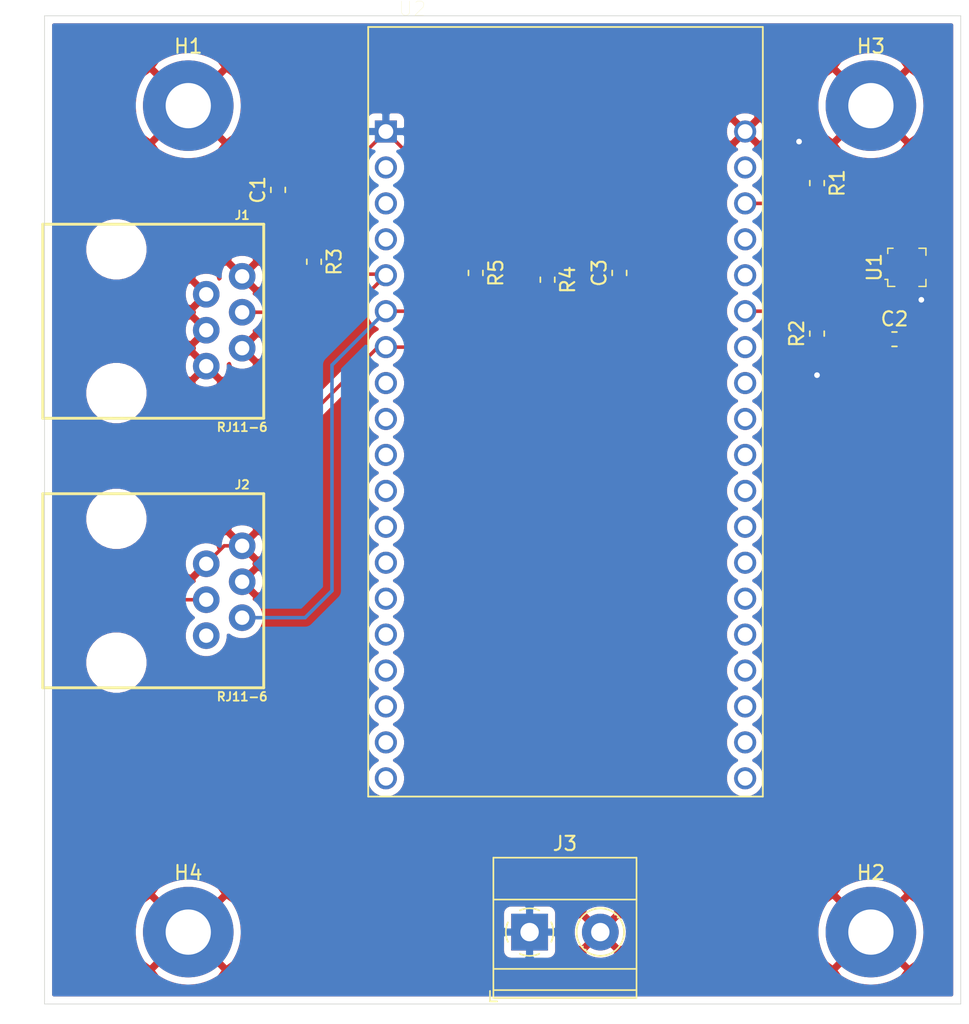
<source format=kicad_pcb>
(kicad_pcb (version 20171130) (host pcbnew 5.1.7-a382d34a8~88~ubuntu20.04.1)

  (general
    (thickness 1.6)
    (drawings 4)
    (tracks 61)
    (zones 0)
    (modules 17)
    (nets 40)
  )

  (page A4)
  (layers
    (0 F.Cu signal)
    (31 B.Cu signal)
    (32 B.Adhes user)
    (33 F.Adhes user)
    (34 B.Paste user)
    (35 F.Paste user)
    (36 B.SilkS user)
    (37 F.SilkS user)
    (38 B.Mask user)
    (39 F.Mask user)
    (40 Dwgs.User user)
    (41 Cmts.User user)
    (42 Eco1.User user)
    (43 Eco2.User user)
    (44 Edge.Cuts user)
    (45 Margin user)
    (46 B.CrtYd user)
    (47 F.CrtYd user)
    (48 B.Fab user)
    (49 F.Fab user)
  )

  (setup
    (last_trace_width 0.25)
    (trace_clearance 0.2)
    (zone_clearance 0.508)
    (zone_45_only no)
    (trace_min 0.2)
    (via_size 0.8)
    (via_drill 0.4)
    (via_min_size 0.4)
    (via_min_drill 0.3)
    (uvia_size 0.3)
    (uvia_drill 0.1)
    (uvias_allowed no)
    (uvia_min_size 0.2)
    (uvia_min_drill 0.1)
    (edge_width 0.05)
    (segment_width 0.2)
    (pcb_text_width 0.3)
    (pcb_text_size 1.5 1.5)
    (mod_edge_width 0.12)
    (mod_text_size 1 1)
    (mod_text_width 0.15)
    (pad_size 1.524 1.524)
    (pad_drill 0.762)
    (pad_to_mask_clearance 0.05)
    (aux_axis_origin 0 0)
    (visible_elements FFFFFF7F)
    (pcbplotparams
      (layerselection 0x010fc_ffffffff)
      (usegerberextensions false)
      (usegerberattributes true)
      (usegerberadvancedattributes true)
      (creategerberjobfile true)
      (excludeedgelayer true)
      (linewidth 0.100000)
      (plotframeref false)
      (viasonmask false)
      (mode 1)
      (useauxorigin false)
      (hpglpennumber 1)
      (hpglpenspeed 20)
      (hpglpendiameter 15.000000)
      (psnegative false)
      (psa4output false)
      (plotreference true)
      (plotvalue true)
      (plotinvisibletext false)
      (padsonsilk false)
      (subtractmaskfromsilk false)
      (outputformat 1)
      (mirror false)
      (drillshape 0)
      (scaleselection 1)
      (outputdirectory "gerbers/"))
  )

  (net 0 "")
  (net 1 VDD)
  (net 2 GND)
  (net 3 "Net-(J2-Pad6)")
  (net 4 /SCL)
  (net 5 /SDA)
  (net 6 "Net-(U2-Pad2)")
  (net 7 "Net-(U2-Pad19)")
  (net 8 "Net-(U2-Pad3)")
  (net 9 "Net-(U2-Pad4)")
  (net 10 "Net-(U2-Pad8)")
  (net 11 "Net-(U2-Pad9)")
  (net 12 "Net-(U2-Pad10)")
  (net 13 "Net-(U2-Pad11)")
  (net 14 "Net-(U2-Pad12)")
  (net 15 "Net-(U2-Pad13)")
  (net 16 "Net-(U2-Pad14)")
  (net 17 "Net-(U2-Pad15)")
  (net 18 "Net-(U2-Pad16)")
  (net 19 "Net-(U2-Pad17)")
  (net 20 "Net-(U2-Pad18)")
  (net 21 "Net-(U2-Pad21)")
  (net 22 "Net-(U2-Pad23)")
  (net 23 "Net-(U2-Pad24)")
  (net 24 "Net-(U2-Pad26)")
  (net 25 "Net-(U2-Pad27)")
  (net 26 "Net-(U2-Pad28)")
  (net 27 "Net-(U2-Pad29)")
  (net 28 "Net-(U2-Pad30)")
  (net 29 "Net-(U2-Pad31)")
  (net 30 "Net-(U2-Pad32)")
  (net 31 "Net-(U2-Pad33)")
  (net 32 "Net-(U2-Pad34)")
  (net 33 "Net-(U2-Pad35)")
  (net 34 "Net-(U2-Pad36)")
  (net 35 "Net-(U2-Pad37)")
  (net 36 "Net-(U2-Pad38)")
  (net 37 /RAIN)
  (net 38 /WIND_DIR)
  (net 39 /WIND_SPD)

  (net_class Default "This is the default net class."
    (clearance 0.2)
    (trace_width 0.25)
    (via_dia 0.8)
    (via_drill 0.4)
    (uvia_dia 0.3)
    (uvia_drill 0.1)
    (add_net /RAIN)
    (add_net /SCL)
    (add_net /SDA)
    (add_net /WIND_DIR)
    (add_net /WIND_SPD)
    (add_net GND)
    (add_net "Net-(J2-Pad6)")
    (add_net "Net-(U2-Pad10)")
    (add_net "Net-(U2-Pad11)")
    (add_net "Net-(U2-Pad12)")
    (add_net "Net-(U2-Pad13)")
    (add_net "Net-(U2-Pad14)")
    (add_net "Net-(U2-Pad15)")
    (add_net "Net-(U2-Pad16)")
    (add_net "Net-(U2-Pad17)")
    (add_net "Net-(U2-Pad18)")
    (add_net "Net-(U2-Pad19)")
    (add_net "Net-(U2-Pad2)")
    (add_net "Net-(U2-Pad21)")
    (add_net "Net-(U2-Pad23)")
    (add_net "Net-(U2-Pad24)")
    (add_net "Net-(U2-Pad26)")
    (add_net "Net-(U2-Pad27)")
    (add_net "Net-(U2-Pad28)")
    (add_net "Net-(U2-Pad29)")
    (add_net "Net-(U2-Pad3)")
    (add_net "Net-(U2-Pad30)")
    (add_net "Net-(U2-Pad31)")
    (add_net "Net-(U2-Pad32)")
    (add_net "Net-(U2-Pad33)")
    (add_net "Net-(U2-Pad34)")
    (add_net "Net-(U2-Pad35)")
    (add_net "Net-(U2-Pad36)")
    (add_net "Net-(U2-Pad37)")
    (add_net "Net-(U2-Pad38)")
    (add_net "Net-(U2-Pad4)")
    (add_net "Net-(U2-Pad8)")
    (add_net "Net-(U2-Pad9)")
    (add_net VDD)
  )

  (module Capacitor_SMD:C_0603_1608Metric_Pad1.05x0.95mm_HandSolder (layer F.Cu) (tedit 5B301BBE) (tstamp 60513AAE)
    (at 143.51 76.595 90)
    (descr "Capacitor SMD 0603 (1608 Metric), square (rectangular) end terminal, IPC_7351 nominal with elongated pad for handsoldering. (Body size source: http://www.tortai-tech.com/upload/download/2011102023233369053.pdf), generated with kicad-footprint-generator")
    (tags "capacitor handsolder")
    (path /5F63B6B2)
    (attr smd)
    (fp_text reference C3 (at 0 -1.43 90) (layer F.SilkS)
      (effects (font (size 1 1) (thickness 0.15)))
    )
    (fp_text value 10pF (at 0 1.43 90) (layer F.Fab)
      (effects (font (size 1 1) (thickness 0.15)))
    )
    (fp_line (start 1.65 0.73) (end -1.65 0.73) (layer F.CrtYd) (width 0.05))
    (fp_line (start 1.65 -0.73) (end 1.65 0.73) (layer F.CrtYd) (width 0.05))
    (fp_line (start -1.65 -0.73) (end 1.65 -0.73) (layer F.CrtYd) (width 0.05))
    (fp_line (start -1.65 0.73) (end -1.65 -0.73) (layer F.CrtYd) (width 0.05))
    (fp_line (start -0.171267 0.51) (end 0.171267 0.51) (layer F.SilkS) (width 0.12))
    (fp_line (start -0.171267 -0.51) (end 0.171267 -0.51) (layer F.SilkS) (width 0.12))
    (fp_line (start 0.8 0.4) (end -0.8 0.4) (layer F.Fab) (width 0.1))
    (fp_line (start 0.8 -0.4) (end 0.8 0.4) (layer F.Fab) (width 0.1))
    (fp_line (start -0.8 -0.4) (end 0.8 -0.4) (layer F.Fab) (width 0.1))
    (fp_line (start -0.8 0.4) (end -0.8 -0.4) (layer F.Fab) (width 0.1))
    (fp_text user %R (at 0 0 90) (layer F.Fab)
      (effects (font (size 0.4 0.4) (thickness 0.06)))
    )
    (pad 2 smd roundrect (at 0.875 0 90) (size 1.05 0.95) (layers F.Cu F.Paste F.Mask) (roundrect_rratio 0.25)
      (net 2 GND))
    (pad 1 smd roundrect (at -0.875 0 90) (size 1.05 0.95) (layers F.Cu F.Paste F.Mask) (roundrect_rratio 0.25)
      (net 39 /WIND_SPD))
    (model ${KISYS3DMOD}/Capacitor_SMD.3dshapes/C_0603_1608Metric.wrl
      (at (xyz 0 0 0))
      (scale (xyz 1 1 1))
      (rotate (xyz 0 0 0))
    )
  )

  (module Resistor_SMD:R_0603_1608Metric_Pad1.05x0.95mm_HandSolder (layer F.Cu) (tedit 5B301BBD) (tstamp 60512830)
    (at 133.35 76.595 270)
    (descr "Resistor SMD 0603 (1608 Metric), square (rectangular) end terminal, IPC_7351 nominal with elongated pad for handsoldering. (Body size source: http://www.tortai-tech.com/upload/download/2011102023233369053.pdf), generated with kicad-footprint-generator")
    (tags "resistor handsolder")
    (path /5F5CD842)
    (attr smd)
    (fp_text reference R5 (at 0 -1.43 90) (layer F.SilkS)
      (effects (font (size 1 1) (thickness 0.15)))
    )
    (fp_text value 4.7k (at 0 1.43 90) (layer F.Fab)
      (effects (font (size 1 1) (thickness 0.15)))
    )
    (fp_line (start 1.65 0.73) (end -1.65 0.73) (layer F.CrtYd) (width 0.05))
    (fp_line (start 1.65 -0.73) (end 1.65 0.73) (layer F.CrtYd) (width 0.05))
    (fp_line (start -1.65 -0.73) (end 1.65 -0.73) (layer F.CrtYd) (width 0.05))
    (fp_line (start -1.65 0.73) (end -1.65 -0.73) (layer F.CrtYd) (width 0.05))
    (fp_line (start -0.171267 0.51) (end 0.171267 0.51) (layer F.SilkS) (width 0.12))
    (fp_line (start -0.171267 -0.51) (end 0.171267 -0.51) (layer F.SilkS) (width 0.12))
    (fp_line (start 0.8 0.4) (end -0.8 0.4) (layer F.Fab) (width 0.1))
    (fp_line (start 0.8 -0.4) (end 0.8 0.4) (layer F.Fab) (width 0.1))
    (fp_line (start -0.8 -0.4) (end 0.8 -0.4) (layer F.Fab) (width 0.1))
    (fp_line (start -0.8 0.4) (end -0.8 -0.4) (layer F.Fab) (width 0.1))
    (fp_text user %R (at 0 0 90) (layer F.Fab)
      (effects (font (size 0.4 0.4) (thickness 0.06)))
    )
    (pad 2 smd roundrect (at 0.875 0 270) (size 1.05 0.95) (layers F.Cu F.Paste F.Mask) (roundrect_rratio 0.25)
      (net 38 /WIND_DIR))
    (pad 1 smd roundrect (at -0.875 0 270) (size 1.05 0.95) (layers F.Cu F.Paste F.Mask) (roundrect_rratio 0.25)
      (net 1 VDD))
    (model ${KISYS3DMOD}/Resistor_SMD.3dshapes/R_0603_1608Metric.wrl
      (at (xyz 0 0 0))
      (scale (xyz 1 1 1))
      (rotate (xyz 0 0 0))
    )
  )

  (module Resistor_SMD:R_0603_1608Metric_Pad1.05x0.95mm_HandSolder (layer F.Cu) (tedit 5B301BBD) (tstamp 60511833)
    (at 138.43 77.075 270)
    (descr "Resistor SMD 0603 (1608 Metric), square (rectangular) end terminal, IPC_7351 nominal with elongated pad for handsoldering. (Body size source: http://www.tortai-tech.com/upload/download/2011102023233369053.pdf), generated with kicad-footprint-generator")
    (tags "resistor handsolder")
    (path /5F5E8AAF)
    (attr smd)
    (fp_text reference R4 (at 0 -1.43 90) (layer F.SilkS)
      (effects (font (size 1 1) (thickness 0.15)))
    )
    (fp_text value 100k (at 0 1.43 90) (layer F.Fab)
      (effects (font (size 1 1) (thickness 0.15)))
    )
    (fp_line (start 1.65 0.73) (end -1.65 0.73) (layer F.CrtYd) (width 0.05))
    (fp_line (start 1.65 -0.73) (end 1.65 0.73) (layer F.CrtYd) (width 0.05))
    (fp_line (start -1.65 -0.73) (end 1.65 -0.73) (layer F.CrtYd) (width 0.05))
    (fp_line (start -1.65 0.73) (end -1.65 -0.73) (layer F.CrtYd) (width 0.05))
    (fp_line (start -0.171267 0.51) (end 0.171267 0.51) (layer F.SilkS) (width 0.12))
    (fp_line (start -0.171267 -0.51) (end 0.171267 -0.51) (layer F.SilkS) (width 0.12))
    (fp_line (start 0.8 0.4) (end -0.8 0.4) (layer F.Fab) (width 0.1))
    (fp_line (start 0.8 -0.4) (end 0.8 0.4) (layer F.Fab) (width 0.1))
    (fp_line (start -0.8 -0.4) (end 0.8 -0.4) (layer F.Fab) (width 0.1))
    (fp_line (start -0.8 0.4) (end -0.8 -0.4) (layer F.Fab) (width 0.1))
    (fp_text user %R (at 0 0 90) (layer F.Fab)
      (effects (font (size 0.4 0.4) (thickness 0.06)))
    )
    (pad 2 smd roundrect (at 0.875 0 270) (size 1.05 0.95) (layers F.Cu F.Paste F.Mask) (roundrect_rratio 0.25)
      (net 39 /WIND_SPD))
    (pad 1 smd roundrect (at -0.875 0 270) (size 1.05 0.95) (layers F.Cu F.Paste F.Mask) (roundrect_rratio 0.25)
      (net 1 VDD))
    (model ${KISYS3DMOD}/Resistor_SMD.3dshapes/R_0603_1608Metric.wrl
      (at (xyz 0 0 0))
      (scale (xyz 1 1 1))
      (rotate (xyz 0 0 0))
    )
  )

  (module Resistor_SMD:R_0603_1608Metric_Pad1.05x0.95mm_HandSolder (layer F.Cu) (tedit 5B301BBD) (tstamp 605135F6)
    (at 121.92 75.805 270)
    (descr "Resistor SMD 0603 (1608 Metric), square (rectangular) end terminal, IPC_7351 nominal with elongated pad for handsoldering. (Body size source: http://www.tortai-tech.com/upload/download/2011102023233369053.pdf), generated with kicad-footprint-generator")
    (tags "resistor handsolder")
    (path /5F5102BE)
    (attr smd)
    (fp_text reference R3 (at 0 -1.43 90) (layer F.SilkS)
      (effects (font (size 1 1) (thickness 0.15)))
    )
    (fp_text value 100k (at 0 1.43 90) (layer F.Fab)
      (effects (font (size 1 1) (thickness 0.15)))
    )
    (fp_line (start 1.65 0.73) (end -1.65 0.73) (layer F.CrtYd) (width 0.05))
    (fp_line (start 1.65 -0.73) (end 1.65 0.73) (layer F.CrtYd) (width 0.05))
    (fp_line (start -1.65 -0.73) (end 1.65 -0.73) (layer F.CrtYd) (width 0.05))
    (fp_line (start -1.65 0.73) (end -1.65 -0.73) (layer F.CrtYd) (width 0.05))
    (fp_line (start -0.171267 0.51) (end 0.171267 0.51) (layer F.SilkS) (width 0.12))
    (fp_line (start -0.171267 -0.51) (end 0.171267 -0.51) (layer F.SilkS) (width 0.12))
    (fp_line (start 0.8 0.4) (end -0.8 0.4) (layer F.Fab) (width 0.1))
    (fp_line (start 0.8 -0.4) (end 0.8 0.4) (layer F.Fab) (width 0.1))
    (fp_line (start -0.8 -0.4) (end 0.8 -0.4) (layer F.Fab) (width 0.1))
    (fp_line (start -0.8 0.4) (end -0.8 -0.4) (layer F.Fab) (width 0.1))
    (fp_text user %R (at 0 0 90) (layer F.Fab)
      (effects (font (size 0.4 0.4) (thickness 0.06)))
    )
    (pad 2 smd roundrect (at 0.875 0 270) (size 1.05 0.95) (layers F.Cu F.Paste F.Mask) (roundrect_rratio 0.25)
      (net 37 /RAIN))
    (pad 1 smd roundrect (at -0.875 0 270) (size 1.05 0.95) (layers F.Cu F.Paste F.Mask) (roundrect_rratio 0.25)
      (net 1 VDD))
    (model ${KISYS3DMOD}/Resistor_SMD.3dshapes/R_0603_1608Metric.wrl
      (at (xyz 0 0 0))
      (scale (xyz 1 1 1))
      (rotate (xyz 0 0 0))
    )
  )

  (module Capacitor_SMD:C_0603_1608Metric_Pad1.05x0.95mm_HandSolder (layer F.Cu) (tedit 5B301BBE) (tstamp 5F532386)
    (at 119.38 70.725 90)
    (descr "Capacitor SMD 0603 (1608 Metric), square (rectangular) end terminal, IPC_7351 nominal with elongated pad for handsoldering. (Body size source: http://www.tortai-tech.com/upload/download/2011102023233369053.pdf), generated with kicad-footprint-generator")
    (tags "capacitor handsolder")
    (path /5F5253B2)
    (attr smd)
    (fp_text reference C1 (at 0 -1.43 90) (layer F.SilkS)
      (effects (font (size 1 1) (thickness 0.15)))
    )
    (fp_text value 10pF (at 0 1.43 90) (layer F.Fab)
      (effects (font (size 1 1) (thickness 0.15)))
    )
    (fp_line (start 1.65 0.73) (end -1.65 0.73) (layer F.CrtYd) (width 0.05))
    (fp_line (start 1.65 -0.73) (end 1.65 0.73) (layer F.CrtYd) (width 0.05))
    (fp_line (start -1.65 -0.73) (end 1.65 -0.73) (layer F.CrtYd) (width 0.05))
    (fp_line (start -1.65 0.73) (end -1.65 -0.73) (layer F.CrtYd) (width 0.05))
    (fp_line (start -0.171267 0.51) (end 0.171267 0.51) (layer F.SilkS) (width 0.12))
    (fp_line (start -0.171267 -0.51) (end 0.171267 -0.51) (layer F.SilkS) (width 0.12))
    (fp_line (start 0.8 0.4) (end -0.8 0.4) (layer F.Fab) (width 0.1))
    (fp_line (start 0.8 -0.4) (end 0.8 0.4) (layer F.Fab) (width 0.1))
    (fp_line (start -0.8 -0.4) (end 0.8 -0.4) (layer F.Fab) (width 0.1))
    (fp_line (start -0.8 0.4) (end -0.8 -0.4) (layer F.Fab) (width 0.1))
    (fp_text user %R (at 0 0 90) (layer F.Fab)
      (effects (font (size 0.4 0.4) (thickness 0.06)))
    )
    (pad 2 smd roundrect (at 0.875 0 90) (size 1.05 0.95) (layers F.Cu F.Paste F.Mask) (roundrect_rratio 0.25)
      (net 2 GND))
    (pad 1 smd roundrect (at -0.875 0 90) (size 1.05 0.95) (layers F.Cu F.Paste F.Mask) (roundrect_rratio 0.25)
      (net 37 /RAIN))
    (model ${KISYS3DMOD}/Capacitor_SMD.3dshapes/C_0603_1608Metric.wrl
      (at (xyz 0 0 0))
      (scale (xyz 1 1 1))
      (rotate (xyz 0 0 0))
    )
  )

  (module Capacitor_SMD:C_0603_1608Metric_Pad1.05x0.95mm_HandSolder (layer F.Cu) (tedit 5B301BBE) (tstamp 5F4E960B)
    (at 162.955 81.28)
    (descr "Capacitor SMD 0603 (1608 Metric), square (rectangular) end terminal, IPC_7351 nominal with elongated pad for handsoldering. (Body size source: http://www.tortai-tech.com/upload/download/2011102023233369053.pdf), generated with kicad-footprint-generator")
    (tags "capacitor handsolder")
    (path /5F15DE3E)
    (attr smd)
    (fp_text reference C2 (at 0 -1.43) (layer F.SilkS)
      (effects (font (size 1 1) (thickness 0.15)))
    )
    (fp_text value 100nF (at 0 1.43) (layer F.Fab)
      (effects (font (size 1 1) (thickness 0.15)))
    )
    (fp_line (start 1.65 0.73) (end -1.65 0.73) (layer F.CrtYd) (width 0.05))
    (fp_line (start 1.65 -0.73) (end 1.65 0.73) (layer F.CrtYd) (width 0.05))
    (fp_line (start -1.65 -0.73) (end 1.65 -0.73) (layer F.CrtYd) (width 0.05))
    (fp_line (start -1.65 0.73) (end -1.65 -0.73) (layer F.CrtYd) (width 0.05))
    (fp_line (start -0.171267 0.51) (end 0.171267 0.51) (layer F.SilkS) (width 0.12))
    (fp_line (start -0.171267 -0.51) (end 0.171267 -0.51) (layer F.SilkS) (width 0.12))
    (fp_line (start 0.8 0.4) (end -0.8 0.4) (layer F.Fab) (width 0.1))
    (fp_line (start 0.8 -0.4) (end 0.8 0.4) (layer F.Fab) (width 0.1))
    (fp_line (start -0.8 -0.4) (end 0.8 -0.4) (layer F.Fab) (width 0.1))
    (fp_line (start -0.8 0.4) (end -0.8 -0.4) (layer F.Fab) (width 0.1))
    (fp_text user %R (at 0 0) (layer F.Fab)
      (effects (font (size 0.4 0.4) (thickness 0.06)))
    )
    (pad 1 smd roundrect (at -0.875 0) (size 1.05 0.95) (layers F.Cu F.Paste F.Mask) (roundrect_rratio 0.25)
      (net 1 VDD))
    (pad 2 smd roundrect (at 0.875 0) (size 1.05 0.95) (layers F.Cu F.Paste F.Mask) (roundrect_rratio 0.25)
      (net 2 GND))
    (model ${KISYS3DMOD}/Capacitor_SMD.3dshapes/C_0603_1608Metric.wrl
      (at (xyz 0 0 0))
      (scale (xyz 1 1 1))
      (rotate (xyz 0 0 0))
    )
  )

  (module MountingHole:MountingHole_3.2mm_M3_Pad (layer F.Cu) (tedit 56D1B4CB) (tstamp 5F532452)
    (at 113.03 64.77)
    (descr "Mounting Hole 3.2mm, M3")
    (tags "mounting hole 3.2mm m3")
    (path /5F1BA88B)
    (attr virtual)
    (fp_text reference H1 (at 0 -4.2) (layer F.SilkS)
      (effects (font (size 1 1) (thickness 0.15)))
    )
    (fp_text value MountingHole_Pad (at 0 4.2) (layer F.Fab)
      (effects (font (size 1 1) (thickness 0.15)))
    )
    (fp_circle (center 0 0) (end 3.2 0) (layer Cmts.User) (width 0.15))
    (fp_circle (center 0 0) (end 3.45 0) (layer F.CrtYd) (width 0.05))
    (fp_text user %R (at 0.3 0) (layer F.Fab)
      (effects (font (size 1 1) (thickness 0.15)))
    )
    (pad 1 thru_hole circle (at 0 0) (size 6.4 6.4) (drill 3.2) (layers *.Cu *.Mask)
      (net 2 GND))
  )

  (module MountingHole:MountingHole_3.2mm_M3_Pad (layer F.Cu) (tedit 56D1B4CB) (tstamp 5F5323DD)
    (at 161.29 123.19)
    (descr "Mounting Hole 3.2mm, M3")
    (tags "mounting hole 3.2mm m3")
    (path /5F1BAF09)
    (attr virtual)
    (fp_text reference H2 (at 0 -4.2) (layer F.SilkS)
      (effects (font (size 1 1) (thickness 0.15)))
    )
    (fp_text value MountingHole_Pad (at 0 4.2) (layer F.Fab)
      (effects (font (size 1 1) (thickness 0.15)))
    )
    (fp_circle (center 0 0) (end 3.2 0) (layer Cmts.User) (width 0.15))
    (fp_circle (center 0 0) (end 3.45 0) (layer F.CrtYd) (width 0.05))
    (fp_text user %R (at 0.3 0) (layer F.Fab)
      (effects (font (size 1 1) (thickness 0.15)))
    )
    (pad 1 thru_hole circle (at 0 0) (size 6.4 6.4) (drill 3.2) (layers *.Cu *.Mask)
      (net 2 GND))
  )

  (module MountingHole:MountingHole_3.2mm_M3_Pad (layer F.Cu) (tedit 56D1B4CB) (tstamp 6051322B)
    (at 161.29 64.77)
    (descr "Mounting Hole 3.2mm, M3")
    (tags "mounting hole 3.2mm m3")
    (path /5F1BA54B)
    (attr virtual)
    (fp_text reference H3 (at 0 -4.2) (layer F.SilkS)
      (effects (font (size 1 1) (thickness 0.15)))
    )
    (fp_text value MountingHole_Pad (at 0 4.2) (layer F.Fab)
      (effects (font (size 1 1) (thickness 0.15)))
    )
    (fp_circle (center 0 0) (end 3.45 0) (layer F.CrtYd) (width 0.05))
    (fp_circle (center 0 0) (end 3.2 0) (layer Cmts.User) (width 0.15))
    (fp_text user %R (at 0.3 0) (layer F.Fab)
      (effects (font (size 1 1) (thickness 0.15)))
    )
    (pad 1 thru_hole circle (at 0 0) (size 6.4 6.4) (drill 3.2) (layers *.Cu *.Mask)
      (net 2 GND))
  )

  (module MountingHole:MountingHole_3.2mm_M3_Pad (layer F.Cu) (tedit 56D1B4CB) (tstamp 5F5323F2)
    (at 113.03 123.19)
    (descr "Mounting Hole 3.2mm, M3")
    (tags "mounting hole 3.2mm m3")
    (path /5F1BABDB)
    (attr virtual)
    (fp_text reference H4 (at 0 -4.2) (layer F.SilkS)
      (effects (font (size 1 1) (thickness 0.15)))
    )
    (fp_text value MountingHole_Pad (at 0 4.2) (layer F.Fab)
      (effects (font (size 1 1) (thickness 0.15)))
    )
    (fp_circle (center 0 0) (end 3.45 0) (layer F.CrtYd) (width 0.05))
    (fp_circle (center 0 0) (end 3.2 0) (layer Cmts.User) (width 0.15))
    (fp_text user %R (at 0.3 0) (layer F.Fab)
      (effects (font (size 1 1) (thickness 0.15)))
    )
    (pad 1 thru_hole circle (at 0 0) (size 6.4 6.4) (drill 3.2) (layers *.Cu *.Mask)
      (net 2 GND))
  )

  (module Connectors:RJ11-6 (layer F.Cu) (tedit 200000) (tstamp 5F532427)
    (at 107.95 80.01 270)
    (descr "RJ11 6-PIN SOCKET WITH PCB MOUNTING POST")
    (tags "RJ11 6-PIN SOCKET WITH PCB MOUNTING POST")
    (path /5F14B6DF)
    (attr virtual)
    (fp_text reference J1 (at -7.493 -8.89) (layer F.SilkS)
      (effects (font (size 0.6096 0.6096) (thickness 0.127)))
    )
    (fp_text value RJ11-6 (at 7.493 -8.89) (layer F.SilkS)
      (effects (font (size 0.6096 0.6096) (thickness 0.127)))
    )
    (fp_line (start 6.858 8.128) (end 6.858 5.207) (layer Dwgs.User) (width 0.2032))
    (fp_line (start -6.858 8.128) (end 6.858 8.128) (layer Dwgs.User) (width 0.2032))
    (fp_line (start -6.858 5.207) (end -6.858 8.128) (layer Dwgs.User) (width 0.2032))
    (fp_line (start 6.858 5.207) (end -6.858 5.207) (layer F.SilkS) (width 0.2032))
    (fp_line (start -6.858 -10.414) (end -6.858 5.207) (layer F.SilkS) (width 0.2032))
    (fp_line (start 6.858 -10.414) (end -6.858 -10.414) (layer F.SilkS) (width 0.2032))
    (fp_line (start 6.858 5.207) (end 6.858 -10.414) (layer F.SilkS) (width 0.2032))
    (pad 1 thru_hole circle (at -3.175 -8.89 270) (size 1.8796 1.8796) (drill 1.016) (layers *.Cu *.Mask)
      (net 2 GND) (solder_mask_margin 0.1016))
    (pad 2 thru_hole circle (at -1.905 -6.35 270) (size 1.8796 1.8796) (drill 1.016) (layers *.Cu *.Mask)
      (net 2 GND) (solder_mask_margin 0.1016))
    (pad 3 thru_hole circle (at -0.635 -8.89 270) (size 1.8796 1.8796) (drill 1.016) (layers *.Cu *.Mask)
      (net 37 /RAIN) (solder_mask_margin 0.1016))
    (pad 4 thru_hole circle (at 0.635 -6.35 270) (size 1.8796 1.8796) (drill 1.016) (layers *.Cu *.Mask)
      (net 2 GND) (solder_mask_margin 0.1016))
    (pad 5 thru_hole circle (at 1.905 -8.89 270) (size 1.8796 1.8796) (drill 1.016) (layers *.Cu *.Mask)
      (net 2 GND) (solder_mask_margin 0.1016))
    (pad 6 thru_hole circle (at 3.175 -6.35 270) (size 1.8796 1.8796) (drill 1.016) (layers *.Cu *.Mask)
      (net 2 GND) (solder_mask_margin 0.1016))
    (pad "" np_thru_hole circle (at -5.08 0 270) (size 3.2512 3.2512) (drill 3.2512) (layers *.Cu *.Mask)
      (solder_mask_margin 0.1016))
    (pad "" np_thru_hole circle (at 5.08 0 270) (size 3.2512 3.2512) (drill 3.2512) (layers *.Cu *.Mask)
      (solder_mask_margin 0.1016))
  )

  (module Connectors:RJ11-6 (layer F.Cu) (tedit 200000) (tstamp 60512EAB)
    (at 107.95 99.06 270)
    (descr "RJ11 6-PIN SOCKET WITH PCB MOUNTING POST")
    (tags "RJ11 6-PIN SOCKET WITH PCB MOUNTING POST")
    (path /5F14BBE3)
    (attr virtual)
    (fp_text reference J2 (at -7.493 -8.89) (layer F.SilkS)
      (effects (font (size 0.6096 0.6096) (thickness 0.127)))
    )
    (fp_text value RJ11-6 (at 7.493 -8.89) (layer F.SilkS)
      (effects (font (size 0.6096 0.6096) (thickness 0.127)))
    )
    (fp_line (start 6.858 5.207) (end 6.858 -10.414) (layer F.SilkS) (width 0.2032))
    (fp_line (start 6.858 -10.414) (end -6.858 -10.414) (layer F.SilkS) (width 0.2032))
    (fp_line (start -6.858 -10.414) (end -6.858 5.207) (layer F.SilkS) (width 0.2032))
    (fp_line (start 6.858 5.207) (end -6.858 5.207) (layer F.SilkS) (width 0.2032))
    (fp_line (start -6.858 5.207) (end -6.858 8.128) (layer Dwgs.User) (width 0.2032))
    (fp_line (start -6.858 8.128) (end 6.858 8.128) (layer Dwgs.User) (width 0.2032))
    (fp_line (start 6.858 8.128) (end 6.858 5.207) (layer Dwgs.User) (width 0.2032))
    (pad "" np_thru_hole circle (at 5.08 0 270) (size 3.2512 3.2512) (drill 3.2512) (layers *.Cu *.Mask)
      (solder_mask_margin 0.1016))
    (pad "" np_thru_hole circle (at -5.08 0 270) (size 3.2512 3.2512) (drill 3.2512) (layers *.Cu *.Mask)
      (solder_mask_margin 0.1016))
    (pad 6 thru_hole circle (at 3.175 -6.35 270) (size 1.8796 1.8796) (drill 1.016) (layers *.Cu *.Mask)
      (net 3 "Net-(J2-Pad6)") (solder_mask_margin 0.1016))
    (pad 5 thru_hole circle (at 1.905 -8.89 270) (size 1.8796 1.8796) (drill 1.016) (layers *.Cu *.Mask)
      (net 38 /WIND_DIR) (solder_mask_margin 0.1016))
    (pad 4 thru_hole circle (at 0.635 -6.35 270) (size 1.8796 1.8796) (drill 1.016) (layers *.Cu *.Mask)
      (net 39 /WIND_SPD) (solder_mask_margin 0.1016))
    (pad 3 thru_hole circle (at -0.635 -8.89 270) (size 1.8796 1.8796) (drill 1.016) (layers *.Cu *.Mask)
      (net 2 GND) (solder_mask_margin 0.1016))
    (pad 2 thru_hole circle (at -1.905 -6.35 270) (size 1.8796 1.8796) (drill 1.016) (layers *.Cu *.Mask)
      (net 2 GND) (solder_mask_margin 0.1016))
    (pad 1 thru_hole circle (at -3.175 -8.89 270) (size 1.8796 1.8796) (drill 1.016) (layers *.Cu *.Mask)
      (net 2 GND) (solder_mask_margin 0.1016))
  )

  (module TerminalBlock_Phoenix:TerminalBlock_Phoenix_MKDS-1,5-2_1x02_P5.00mm_Horizontal (layer F.Cu) (tedit 5B294EE5) (tstamp 5F5325ED)
    (at 137.16 123.19)
    (descr "Terminal Block Phoenix MKDS-1,5-2, 2 pins, pitch 5mm, size 10x9.8mm^2, drill diamater 1.3mm, pad diameter 2.6mm, see http://www.farnell.com/datasheets/100425.pdf, script-generated using https://github.com/pointhi/kicad-footprint-generator/scripts/TerminalBlock_Phoenix")
    (tags "THT Terminal Block Phoenix MKDS-1,5-2 pitch 5mm size 10x9.8mm^2 drill 1.3mm pad 2.6mm")
    (path /5F1B3D0E)
    (fp_text reference J3 (at 2.5 -6.26) (layer F.SilkS)
      (effects (font (size 1 1) (thickness 0.15)))
    )
    (fp_text value 1935161 (at 2.5 5.66) (layer F.Fab)
      (effects (font (size 1 1) (thickness 0.15)))
    )
    (fp_line (start 8 -5.71) (end -3 -5.71) (layer F.CrtYd) (width 0.05))
    (fp_line (start 8 5.1) (end 8 -5.71) (layer F.CrtYd) (width 0.05))
    (fp_line (start -3 5.1) (end 8 5.1) (layer F.CrtYd) (width 0.05))
    (fp_line (start -3 -5.71) (end -3 5.1) (layer F.CrtYd) (width 0.05))
    (fp_line (start -2.8 4.9) (end -2.3 4.9) (layer F.SilkS) (width 0.12))
    (fp_line (start -2.8 4.16) (end -2.8 4.9) (layer F.SilkS) (width 0.12))
    (fp_line (start 3.773 1.023) (end 3.726 1.069) (layer F.SilkS) (width 0.12))
    (fp_line (start 6.07 -1.275) (end 6.035 -1.239) (layer F.SilkS) (width 0.12))
    (fp_line (start 3.966 1.239) (end 3.931 1.274) (layer F.SilkS) (width 0.12))
    (fp_line (start 6.275 -1.069) (end 6.228 -1.023) (layer F.SilkS) (width 0.12))
    (fp_line (start 5.955 -1.138) (end 3.863 0.955) (layer F.Fab) (width 0.1))
    (fp_line (start 6.138 -0.955) (end 4.046 1.138) (layer F.Fab) (width 0.1))
    (fp_line (start 0.955 -1.138) (end -1.138 0.955) (layer F.Fab) (width 0.1))
    (fp_line (start 1.138 -0.955) (end -0.955 1.138) (layer F.Fab) (width 0.1))
    (fp_line (start 7.56 -5.261) (end 7.56 4.66) (layer F.SilkS) (width 0.12))
    (fp_line (start -2.56 -5.261) (end -2.56 4.66) (layer F.SilkS) (width 0.12))
    (fp_line (start -2.56 4.66) (end 7.56 4.66) (layer F.SilkS) (width 0.12))
    (fp_line (start -2.56 -5.261) (end 7.56 -5.261) (layer F.SilkS) (width 0.12))
    (fp_line (start -2.56 -2.301) (end 7.56 -2.301) (layer F.SilkS) (width 0.12))
    (fp_line (start -2.5 -2.3) (end 7.5 -2.3) (layer F.Fab) (width 0.1))
    (fp_line (start -2.56 2.6) (end 7.56 2.6) (layer F.SilkS) (width 0.12))
    (fp_line (start -2.5 2.6) (end 7.5 2.6) (layer F.Fab) (width 0.1))
    (fp_line (start -2.56 4.1) (end 7.56 4.1) (layer F.SilkS) (width 0.12))
    (fp_line (start -2.5 4.1) (end 7.5 4.1) (layer F.Fab) (width 0.1))
    (fp_line (start -2.5 4.1) (end -2.5 -5.2) (layer F.Fab) (width 0.1))
    (fp_line (start -2 4.6) (end -2.5 4.1) (layer F.Fab) (width 0.1))
    (fp_line (start 7.5 4.6) (end -2 4.6) (layer F.Fab) (width 0.1))
    (fp_line (start 7.5 -5.2) (end 7.5 4.6) (layer F.Fab) (width 0.1))
    (fp_line (start -2.5 -5.2) (end 7.5 -5.2) (layer F.Fab) (width 0.1))
    (fp_circle (center 5 0) (end 6.68 0) (layer F.SilkS) (width 0.12))
    (fp_circle (center 5 0) (end 6.5 0) (layer F.Fab) (width 0.1))
    (fp_circle (center 0 0) (end 1.5 0) (layer F.Fab) (width 0.1))
    (fp_arc (start 0 0) (end 0 1.68) (angle -24) (layer F.SilkS) (width 0.12))
    (fp_arc (start 0 0) (end 1.535 0.684) (angle -48) (layer F.SilkS) (width 0.12))
    (fp_arc (start 0 0) (end 0.684 -1.535) (angle -48) (layer F.SilkS) (width 0.12))
    (fp_arc (start 0 0) (end -1.535 -0.684) (angle -48) (layer F.SilkS) (width 0.12))
    (fp_arc (start 0 0) (end -0.684 1.535) (angle -25) (layer F.SilkS) (width 0.12))
    (fp_text user %R (at 2.5 3.2) (layer F.Fab)
      (effects (font (size 1 1) (thickness 0.15)))
    )
    (pad 1 thru_hole rect (at 0 0) (size 2.6 2.6) (drill 1.3) (layers *.Cu *.Mask)
      (net 1 VDD))
    (pad 2 thru_hole circle (at 5 0) (size 2.6 2.6) (drill 1.3) (layers *.Cu *.Mask)
      (net 2 GND))
    (model ${KISYS3DMOD}/TerminalBlock_Phoenix.3dshapes/TerminalBlock_Phoenix_MKDS-1,5-2_1x02_P5.00mm_Horizontal.wrl
      (at (xyz 0 0 0))
      (scale (xyz 1 1 1))
      (rotate (xyz 0 0 0))
    )
  )

  (module Resistor_SMD:R_0603_1608Metric_Pad1.05x0.95mm_HandSolder (layer F.Cu) (tedit 5B301BBD) (tstamp 5F4E968E)
    (at 157.48 70.245 270)
    (descr "Resistor SMD 0603 (1608 Metric), square (rectangular) end terminal, IPC_7351 nominal with elongated pad for handsoldering. (Body size source: http://www.tortai-tech.com/upload/download/2011102023233369053.pdf), generated with kicad-footprint-generator")
    (tags "resistor handsolder")
    (path /5F1598AF)
    (attr smd)
    (fp_text reference R1 (at 0 -1.43 90) (layer F.SilkS)
      (effects (font (size 1 1) (thickness 0.15)))
    )
    (fp_text value 4.7k (at 0 1.43 90) (layer F.Fab)
      (effects (font (size 1 1) (thickness 0.15)))
    )
    (fp_line (start 1.65 0.73) (end -1.65 0.73) (layer F.CrtYd) (width 0.05))
    (fp_line (start 1.65 -0.73) (end 1.65 0.73) (layer F.CrtYd) (width 0.05))
    (fp_line (start -1.65 -0.73) (end 1.65 -0.73) (layer F.CrtYd) (width 0.05))
    (fp_line (start -1.65 0.73) (end -1.65 -0.73) (layer F.CrtYd) (width 0.05))
    (fp_line (start -0.171267 0.51) (end 0.171267 0.51) (layer F.SilkS) (width 0.12))
    (fp_line (start -0.171267 -0.51) (end 0.171267 -0.51) (layer F.SilkS) (width 0.12))
    (fp_line (start 0.8 0.4) (end -0.8 0.4) (layer F.Fab) (width 0.1))
    (fp_line (start 0.8 -0.4) (end 0.8 0.4) (layer F.Fab) (width 0.1))
    (fp_line (start -0.8 -0.4) (end 0.8 -0.4) (layer F.Fab) (width 0.1))
    (fp_line (start -0.8 0.4) (end -0.8 -0.4) (layer F.Fab) (width 0.1))
    (fp_text user %R (at 0 0 90) (layer F.Fab)
      (effects (font (size 0.4 0.4) (thickness 0.06)))
    )
    (pad 1 smd roundrect (at -0.875 0 270) (size 1.05 0.95) (layers F.Cu F.Paste F.Mask) (roundrect_rratio 0.25)
      (net 1 VDD))
    (pad 2 smd roundrect (at 0.875 0 270) (size 1.05 0.95) (layers F.Cu F.Paste F.Mask) (roundrect_rratio 0.25)
      (net 4 /SCL))
    (model ${KISYS3DMOD}/Resistor_SMD.3dshapes/R_0603_1608Metric.wrl
      (at (xyz 0 0 0))
      (scale (xyz 1 1 1))
      (rotate (xyz 0 0 0))
    )
  )

  (module Resistor_SMD:R_0603_1608Metric_Pad1.05x0.95mm_HandSolder (layer F.Cu) (tedit 5B301BBD) (tstamp 60512754)
    (at 157.48 80.885 90)
    (descr "Resistor SMD 0603 (1608 Metric), square (rectangular) end terminal, IPC_7351 nominal with elongated pad for handsoldering. (Body size source: http://www.tortai-tech.com/upload/download/2011102023233369053.pdf), generated with kicad-footprint-generator")
    (tags "resistor handsolder")
    (path /5F15A6C8)
    (attr smd)
    (fp_text reference R2 (at 0 -1.43 90) (layer F.SilkS)
      (effects (font (size 1 1) (thickness 0.15)))
    )
    (fp_text value 4.7k (at 0 1.43 90) (layer F.Fab)
      (effects (font (size 1 1) (thickness 0.15)))
    )
    (fp_line (start -0.8 0.4) (end -0.8 -0.4) (layer F.Fab) (width 0.1))
    (fp_line (start -0.8 -0.4) (end 0.8 -0.4) (layer F.Fab) (width 0.1))
    (fp_line (start 0.8 -0.4) (end 0.8 0.4) (layer F.Fab) (width 0.1))
    (fp_line (start 0.8 0.4) (end -0.8 0.4) (layer F.Fab) (width 0.1))
    (fp_line (start -0.171267 -0.51) (end 0.171267 -0.51) (layer F.SilkS) (width 0.12))
    (fp_line (start -0.171267 0.51) (end 0.171267 0.51) (layer F.SilkS) (width 0.12))
    (fp_line (start -1.65 0.73) (end -1.65 -0.73) (layer F.CrtYd) (width 0.05))
    (fp_line (start -1.65 -0.73) (end 1.65 -0.73) (layer F.CrtYd) (width 0.05))
    (fp_line (start 1.65 -0.73) (end 1.65 0.73) (layer F.CrtYd) (width 0.05))
    (fp_line (start 1.65 0.73) (end -1.65 0.73) (layer F.CrtYd) (width 0.05))
    (fp_text user %R (at 0 0 90) (layer F.Fab)
      (effects (font (size 0.4 0.4) (thickness 0.06)))
    )
    (pad 2 smd roundrect (at 0.875 0 90) (size 1.05 0.95) (layers F.Cu F.Paste F.Mask) (roundrect_rratio 0.25)
      (net 5 /SDA))
    (pad 1 smd roundrect (at -0.875 0 90) (size 1.05 0.95) (layers F.Cu F.Paste F.Mask) (roundrect_rratio 0.25)
      (net 1 VDD))
    (model ${KISYS3DMOD}/Resistor_SMD.3dshapes/R_0603_1608Metric.wrl
      (at (xyz 0 0 0))
      (scale (xyz 1 1 1))
      (rotate (xyz 0 0 0))
    )
  )

  (module digikey-footprints:Pressure_Sensor_LGA-8_2.5x2.5mm_BME280 (layer F.Cu) (tedit 5D28959C) (tstamp 605126C5)
    (at 163.83 76.2 90)
    (path /5F1568CC)
    (attr smd)
    (fp_text reference U1 (at 0 -2.3 90) (layer F.SilkS)
      (effects (font (size 1 1) (thickness 0.15)))
    )
    (fp_text value BME280 (at 0 2.47 90) (layer F.Fab)
      (effects (font (size 1 1) (thickness 0.15)))
    )
    (fp_line (start -1.25 -1.25) (end 1.25 -1.25) (layer F.Fab) (width 0.1))
    (fp_line (start -1.25 1.25) (end -1.25 -1.25) (layer F.Fab) (width 0.1))
    (fp_line (start 1.25 1.25) (end -1.25 1.25) (layer F.Fab) (width 0.1))
    (fp_line (start 1.25 -1.25) (end 1.25 1.25) (layer F.Fab) (width 0.1))
    (fp_line (start 1.35 -1.35) (end 0.975 -1.35) (layer F.SilkS) (width 0.1))
    (fp_line (start 1.35 -1.35) (end 1.35 -0.975) (layer F.SilkS) (width 0.1))
    (fp_line (start -1.35 -1.35) (end -0.85 -1.35) (layer F.SilkS) (width 0.1))
    (fp_line (start -1.35 -1.35) (end -1.35 -0.85) (layer F.SilkS) (width 0.1))
    (fp_line (start -0.85 -1.35) (end -0.85 -1.55) (layer F.SilkS) (width 0.1))
    (fp_line (start -1.35 1.35) (end -0.85 1.35) (layer F.SilkS) (width 0.1))
    (fp_line (start -1.35 1.35) (end -1.35 0.85) (layer F.SilkS) (width 0.1))
    (fp_line (start 1.35 1.35) (end 0.85 1.35) (layer F.SilkS) (width 0.1))
    (fp_line (start 1.35 1.35) (end 1.35 0.85) (layer F.SilkS) (width 0.1))
    (fp_line (start 1.5 -1.5) (end 1.5 1.5) (layer F.CrtYd) (width 0.05))
    (fp_line (start 1.5 -1.5) (end -1.5 -1.5) (layer F.CrtYd) (width 0.05))
    (fp_line (start -1.5 -1.5) (end -1.5 1.5) (layer F.CrtYd) (width 0.05))
    (fp_line (start 1.5 1.5) (end -1.5 1.5) (layer F.CrtYd) (width 0.05))
    (fp_text user %R (at 0 0 90) (layer F.Fab)
      (effects (font (size 0.5 0.5) (thickness 0.05)))
    )
    (pad 1 smd rect (at -0.975 -1.025 90) (size 0.35 0.5) (layers F.Cu F.Paste F.Mask)
      (net 2 GND))
    (pad 2 smd rect (at -0.325 -1.025 90) (size 0.35 0.5) (layers F.Cu F.Paste F.Mask)
      (net 1 VDD))
    (pad 3 smd rect (at 0.325 -1.025 90) (size 0.35 0.5) (layers F.Cu F.Paste F.Mask)
      (net 5 /SDA))
    (pad 4 smd rect (at 0.975 -1.025 90) (size 0.35 0.5) (layers F.Cu F.Paste F.Mask)
      (net 4 /SCL))
    (pad 5 smd rect (at 0.975 1.024999 90) (size 0.35 0.5) (layers F.Cu F.Paste F.Mask)
      (net 1 VDD))
    (pad 6 smd rect (at 0.325 1.024999 90) (size 0.35 0.5) (layers F.Cu F.Paste F.Mask)
      (net 1 VDD))
    (pad 7 smd rect (at -0.325 1.024999 90) (size 0.35 0.5) (layers F.Cu F.Paste F.Mask)
      (net 2 GND))
    (pad 8 smd rect (at -0.975 1.024999 90) (size 0.35 0.5) (layers F.Cu F.Paste F.Mask)
      (net 1 VDD))
  )

  (module weather_station:MODULE_ESP32-DEVKITC-32D (layer F.Cu) (tedit 5F4967E8) (tstamp 60513126)
    (at 139.7 86.36)
    (path /5F49C879)
    (fp_text reference U2 (at -10.829175 -28.446045) (layer F.SilkS)
      (effects (font (size 1.000386 1.000386) (thickness 0.015)))
    )
    (fp_text value ESP32-DEVKITC-32D (at 1.24136 28.294535) (layer F.Fab)
      (effects (font (size 1.001047 1.001047) (thickness 0.015)))
    )
    (fp_circle (center -14.6 -19.9) (end -14.46 -19.9) (layer F.Fab) (width 0.28))
    (fp_circle (center -14.6 -19.9) (end -14.46 -19.9) (layer F.Fab) (width 0.28))
    (fp_line (start -14.2 27.5) (end -14.2 -27.4) (layer F.CrtYd) (width 0.05))
    (fp_line (start 14.2 27.5) (end -14.2 27.5) (layer F.CrtYd) (width 0.05))
    (fp_line (start 14.2 -27.4) (end 14.2 27.5) (layer F.CrtYd) (width 0.05))
    (fp_line (start -14.2 -27.4) (end 14.2 -27.4) (layer F.CrtYd) (width 0.05))
    (fp_line (start 13.95 27.25) (end -13.95 27.25) (layer F.SilkS) (width 0.127))
    (fp_line (start 13.95 -27.15) (end 13.95 27.25) (layer F.SilkS) (width 0.127))
    (fp_line (start -13.95 -27.15) (end 13.95 -27.15) (layer F.SilkS) (width 0.127))
    (fp_line (start -13.95 27.25) (end -13.95 -27.15) (layer F.SilkS) (width 0.127))
    (fp_line (start -13.95 27.25) (end -13.95 -27.15) (layer F.Fab) (width 0.127))
    (fp_line (start 13.95 27.25) (end -13.95 27.25) (layer F.Fab) (width 0.127))
    (fp_line (start 13.95 -27.15) (end 13.95 27.25) (layer F.Fab) (width 0.127))
    (fp_line (start -13.95 -27.15) (end 13.95 -27.15) (layer F.Fab) (width 0.127))
    (pad 1 thru_hole rect (at -12.7 -19.76) (size 1.56 1.56) (drill 1.04) (layers *.Cu *.Mask)
      (net 1 VDD))
    (pad 2 thru_hole circle (at -12.7 -17.22) (size 1.56 1.56) (drill 1.04) (layers *.Cu *.Mask)
      (net 6 "Net-(U2-Pad2)"))
    (pad 19 thru_hole circle (at -12.7 25.96) (size 1.56 1.56) (drill 1.04) (layers *.Cu *.Mask)
      (net 7 "Net-(U2-Pad19)"))
    (pad 3 thru_hole circle (at -12.7 -14.68) (size 1.56 1.56) (drill 1.04) (layers *.Cu *.Mask)
      (net 8 "Net-(U2-Pad3)"))
    (pad 4 thru_hole circle (at -12.7 -12.14) (size 1.56 1.56) (drill 1.04) (layers *.Cu *.Mask)
      (net 9 "Net-(U2-Pad4)"))
    (pad 5 thru_hole circle (at -12.7 -9.6) (size 1.56 1.56) (drill 1.04) (layers *.Cu *.Mask)
      (net 37 /RAIN))
    (pad 6 thru_hole circle (at -12.7 -7.06) (size 1.56 1.56) (drill 1.04) (layers *.Cu *.Mask)
      (net 38 /WIND_DIR))
    (pad 7 thru_hole circle (at -12.7 -4.52) (size 1.56 1.56) (drill 1.04) (layers *.Cu *.Mask)
      (net 39 /WIND_SPD))
    (pad 8 thru_hole circle (at -12.7 -1.98) (size 1.56 1.56) (drill 1.04) (layers *.Cu *.Mask)
      (net 10 "Net-(U2-Pad8)"))
    (pad 9 thru_hole circle (at -12.7 0.56) (size 1.56 1.56) (drill 1.04) (layers *.Cu *.Mask)
      (net 11 "Net-(U2-Pad9)"))
    (pad 10 thru_hole circle (at -12.7 3.1) (size 1.56 1.56) (drill 1.04) (layers *.Cu *.Mask)
      (net 12 "Net-(U2-Pad10)"))
    (pad 11 thru_hole circle (at -12.7 5.64) (size 1.56 1.56) (drill 1.04) (layers *.Cu *.Mask)
      (net 13 "Net-(U2-Pad11)"))
    (pad 12 thru_hole circle (at -12.7 8.18) (size 1.56 1.56) (drill 1.04) (layers *.Cu *.Mask)
      (net 14 "Net-(U2-Pad12)"))
    (pad 13 thru_hole circle (at -12.7 10.72) (size 1.56 1.56) (drill 1.04) (layers *.Cu *.Mask)
      (net 15 "Net-(U2-Pad13)"))
    (pad 14 thru_hole circle (at -12.7 13.26) (size 1.56 1.56) (drill 1.04) (layers *.Cu *.Mask)
      (net 16 "Net-(U2-Pad14)"))
    (pad 15 thru_hole circle (at -12.7 15.8) (size 1.56 1.56) (drill 1.04) (layers *.Cu *.Mask)
      (net 17 "Net-(U2-Pad15)"))
    (pad 16 thru_hole circle (at -12.7 18.34) (size 1.56 1.56) (drill 1.04) (layers *.Cu *.Mask)
      (net 18 "Net-(U2-Pad16)"))
    (pad 17 thru_hole circle (at -12.7 20.88) (size 1.56 1.56) (drill 1.04) (layers *.Cu *.Mask)
      (net 19 "Net-(U2-Pad17)"))
    (pad 18 thru_hole circle (at -12.7 23.42) (size 1.56 1.56) (drill 1.04) (layers *.Cu *.Mask)
      (net 20 "Net-(U2-Pad18)"))
    (pad 20 thru_hole circle (at 12.7 -19.76) (size 1.56 1.56) (drill 1.04) (layers *.Cu *.Mask)
      (net 2 GND))
    (pad 21 thru_hole circle (at 12.7 -17.22) (size 1.56 1.56) (drill 1.04) (layers *.Cu *.Mask)
      (net 21 "Net-(U2-Pad21)"))
    (pad 22 thru_hole circle (at 12.7 -14.68) (size 1.56 1.56) (drill 1.04) (layers *.Cu *.Mask)
      (net 4 /SCL))
    (pad 23 thru_hole circle (at 12.7 -12.14) (size 1.56 1.56) (drill 1.04) (layers *.Cu *.Mask)
      (net 22 "Net-(U2-Pad23)"))
    (pad 24 thru_hole circle (at 12.7 -9.6) (size 1.56 1.56) (drill 1.04) (layers *.Cu *.Mask)
      (net 23 "Net-(U2-Pad24)"))
    (pad 25 thru_hole circle (at 12.7 -7.06) (size 1.56 1.56) (drill 1.04) (layers *.Cu *.Mask)
      (net 5 /SDA))
    (pad 26 thru_hole circle (at 12.7 -4.52) (size 1.56 1.56) (drill 1.04) (layers *.Cu *.Mask)
      (net 24 "Net-(U2-Pad26)"))
    (pad 27 thru_hole circle (at 12.7 -1.98) (size 1.56 1.56) (drill 1.04) (layers *.Cu *.Mask)
      (net 25 "Net-(U2-Pad27)"))
    (pad 28 thru_hole circle (at 12.7 0.56) (size 1.56 1.56) (drill 1.04) (layers *.Cu *.Mask)
      (net 26 "Net-(U2-Pad28)"))
    (pad 29 thru_hole circle (at 12.7 3.1) (size 1.56 1.56) (drill 1.04) (layers *.Cu *.Mask)
      (net 27 "Net-(U2-Pad29)"))
    (pad 30 thru_hole circle (at 12.7 5.64) (size 1.56 1.56) (drill 1.04) (layers *.Cu *.Mask)
      (net 28 "Net-(U2-Pad30)"))
    (pad 31 thru_hole circle (at 12.7 8.18) (size 1.56 1.56) (drill 1.04) (layers *.Cu *.Mask)
      (net 29 "Net-(U2-Pad31)"))
    (pad 32 thru_hole circle (at 12.7 10.72) (size 1.56 1.56) (drill 1.04) (layers *.Cu *.Mask)
      (net 30 "Net-(U2-Pad32)"))
    (pad 33 thru_hole circle (at 12.7 13.26) (size 1.56 1.56) (drill 1.04) (layers *.Cu *.Mask)
      (net 31 "Net-(U2-Pad33)"))
    (pad 34 thru_hole circle (at 12.7 15.8) (size 1.56 1.56) (drill 1.04) (layers *.Cu *.Mask)
      (net 32 "Net-(U2-Pad34)"))
    (pad 35 thru_hole circle (at 12.7 18.34) (size 1.56 1.56) (drill 1.04) (layers *.Cu *.Mask)
      (net 33 "Net-(U2-Pad35)"))
    (pad 36 thru_hole circle (at 12.7 20.88) (size 1.56 1.56) (drill 1.04) (layers *.Cu *.Mask)
      (net 34 "Net-(U2-Pad36)"))
    (pad 37 thru_hole circle (at 12.7 23.42) (size 1.56 1.56) (drill 1.04) (layers *.Cu *.Mask)
      (net 35 "Net-(U2-Pad37)"))
    (pad 38 thru_hole circle (at 12.7 25.96) (size 1.56 1.56) (drill 1.04) (layers *.Cu *.Mask)
      (net 36 "Net-(U2-Pad38)"))
  )

  (gr_line (start 102.87 58.42) (end 167.64 58.42) (layer Edge.Cuts) (width 0.05) (tstamp 605114CD))
  (gr_line (start 102.87 128.27) (end 102.87 58.42) (layer Edge.Cuts) (width 0.05))
  (gr_line (start 167.64 128.27) (end 102.87 128.27) (layer Edge.Cuts) (width 0.05))
  (gr_line (start 167.64 58.42) (end 167.64 128.27) (layer Edge.Cuts) (width 0.05))

  (segment (start 121.92 71.68) (end 127 66.6) (width 0.25) (layer F.Cu) (net 1))
  (segment (start 121.92 74.93) (end 121.92 71.68) (width 0.25) (layer F.Cu) (net 1))
  (segment (start 157.96 81.28) (end 157.48 81.76) (width 0.25) (layer F.Cu) (net 1))
  (segment (start 162.08 81.28) (end 157.96 81.28) (width 0.25) (layer F.Cu) (net 1))
  (segment (start 163.955 77.175) (end 164.854999 77.175) (width 0.25) (layer F.Cu) (net 1))
  (segment (start 162.805 76.525) (end 163.305 76.525) (width 0.25) (layer F.Cu) (net 1))
  (segment (start 164.155 75.875) (end 163.405 76.625) (width 0.25) (layer F.Cu) (net 1))
  (segment (start 164.854999 75.875) (end 164.155 75.875) (width 0.25) (layer F.Cu) (net 1))
  (segment (start 163.405 76.625) (end 163.955 77.175) (width 0.25) (layer F.Cu) (net 1))
  (segment (start 163.305 76.525) (end 163.405 76.625) (width 0.25) (layer F.Cu) (net 1))
  (segment (start 164.854999 75.225) (end 164.854999 75.875) (width 0.25) (layer F.Cu) (net 1))
  (segment (start 164.854999 77.175) (end 164.854999 78.494999) (width 0.25) (layer F.Cu) (net 1))
  (via (at 164.854999 78.494999) (size 0.8) (drill 0.4) (layers F.Cu B.Cu) (net 1))
  (segment (start 157.48 81.76) (end 157.48 83.82) (width 0.25) (layer F.Cu) (net 1))
  (via (at 157.48 83.82) (size 0.8) (drill 0.4) (layers F.Cu B.Cu) (net 1))
  (segment (start 133.83 76.2) (end 133.35 75.72) (width 0.25) (layer F.Cu) (net 1))
  (segment (start 138.43 76.2) (end 133.83 76.2) (width 0.25) (layer F.Cu) (net 1))
  (segment (start 133.35 72.95) (end 127 66.6) (width 0.25) (layer F.Cu) (net 1))
  (segment (start 133.35 75.72) (end 133.35 72.95) (width 0.25) (layer F.Cu) (net 1))
  (via (at 156.21 67.31) (size 0.8) (drill 0.4) (layers F.Cu B.Cu) (net 1))
  (segment (start 157.48 68.58) (end 156.21 67.31) (width 0.25) (layer F.Cu) (net 1))
  (segment (start 157.48 69.37) (end 157.48 68.58) (width 0.25) (layer F.Cu) (net 1))
  (segment (start 163.83 78.2) (end 162.805 77.175) (width 0.25) (layer F.Cu) (net 2))
  (segment (start 163.83 81.28) (end 163.83 78.2) (width 0.25) (layer F.Cu) (net 2))
  (segment (start 166.37 78.74) (end 163.83 81.28) (width 0.25) (layer F.Cu) (net 2))
  (segment (start 166.37 77.47) (end 166.37 78.74) (width 0.25) (layer F.Cu) (net 2))
  (segment (start 165.425 76.525) (end 166.37 77.47) (width 0.25) (layer F.Cu) (net 2))
  (segment (start 164.854999 76.525) (end 165.425 76.525) (width 0.25) (layer F.Cu) (net 2))
  (segment (start 115.57 95.885) (end 116.84 95.885) (width 0.25) (layer F.Cu) (net 2))
  (segment (start 114.3 97.155) (end 115.57 95.885) (width 0.25) (layer F.Cu) (net 2))
  (segment (start 156.92 71.68) (end 157.48 71.12) (width 0.25) (layer F.Cu) (net 4))
  (segment (start 152.4 71.68) (end 156.92 71.68) (width 0.25) (layer F.Cu) (net 4))
  (segment (start 158.7 71.12) (end 162.805 75.225) (width 0.25) (layer F.Cu) (net 4))
  (segment (start 157.48 71.12) (end 158.7 71.12) (width 0.25) (layer F.Cu) (net 4))
  (segment (start 156.77 79.3) (end 157.48 80.01) (width 0.25) (layer F.Cu) (net 5))
  (segment (start 152.4 79.3) (end 156.77 79.3) (width 0.25) (layer F.Cu) (net 5))
  (segment (start 158.17 80.01) (end 157.48 80.01) (width 0.25) (layer F.Cu) (net 5))
  (segment (start 162.305 75.875) (end 158.17 80.01) (width 0.25) (layer F.Cu) (net 5))
  (segment (start 162.805 75.875) (end 162.305 75.875) (width 0.25) (layer F.Cu) (net 5))
  (segment (start 124.385 79.375) (end 127 76.76) (width 0.25) (layer F.Cu) (net 37))
  (segment (start 116.84 79.375) (end 124.385 79.375) (width 0.25) (layer F.Cu) (net 37))
  (segment (start 126.92 76.68) (end 127 76.76) (width 0.25) (layer F.Cu) (net 37))
  (segment (start 121.92 76.68) (end 126.92 76.68) (width 0.25) (layer F.Cu) (net 37))
  (segment (start 119.38 74.14) (end 121.92 76.68) (width 0.25) (layer F.Cu) (net 37))
  (segment (start 119.38 71.6) (end 119.38 74.14) (width 0.25) (layer F.Cu) (net 37))
  (segment (start 132.045 79.3) (end 127 79.3) (width 0.25) (layer F.Cu) (net 38))
  (segment (start 133.35 77.995) (end 132.045 79.3) (width 0.25) (layer F.Cu) (net 38))
  (segment (start 133.35 77.47) (end 133.35 77.995) (width 0.25) (layer F.Cu) (net 38))
  (segment (start 116.84 100.965) (end 121.285 100.965) (width 0.25) (layer B.Cu) (net 38))
  (segment (start 121.285 100.965) (end 123.19 99.06) (width 0.25) (layer B.Cu) (net 38))
  (segment (start 123.19 83.11) (end 127 79.3) (width 0.25) (layer B.Cu) (net 38))
  (segment (start 123.19 99.06) (end 123.19 83.11) (width 0.25) (layer B.Cu) (net 38))
  (segment (start 114.3 99.695) (end 112.395 99.695) (width 0.25) (layer F.Cu) (net 39))
  (segment (start 112.395 99.695) (end 111.76 99.06) (width 0.25) (layer F.Cu) (net 39))
  (segment (start 111.76 99.06) (end 111.76 96.52) (width 0.25) (layer F.Cu) (net 39))
  (segment (start 126.44 81.84) (end 127 81.84) (width 0.25) (layer F.Cu) (net 39))
  (segment (start 111.76 96.52) (end 126.44 81.84) (width 0.25) (layer F.Cu) (net 39))
  (segment (start 134.54 81.84) (end 127 81.84) (width 0.25) (layer F.Cu) (net 39))
  (segment (start 138.43 77.95) (end 134.54 81.84) (width 0.25) (layer F.Cu) (net 39))
  (segment (start 138.91 77.47) (end 138.43 77.95) (width 0.25) (layer F.Cu) (net 39))
  (segment (start 143.51 77.47) (end 138.91 77.47) (width 0.25) (layer F.Cu) (net 39))

  (zone (net 2) (net_name GND) (layer F.Cu) (tstamp 60515065) (hatch edge 0.508)
    (connect_pads (clearance 0.508))
    (min_thickness 0.254)
    (fill yes (arc_segments 32) (thermal_gap 0.508) (thermal_bridge_width 0.508))
    (polygon
      (pts
        (xy 167.64 128.27) (xy 102.87 128.27) (xy 102.87 58.42) (xy 167.64 58.42)
      )
    )
    (filled_polygon
      (pts
        (xy 166.980001 127.61) (xy 103.53 127.61) (xy 103.53 125.890881) (xy 110.508724 125.890881) (xy 110.868912 126.380548)
        (xy 111.532882 126.740849) (xy 112.254385 126.964694) (xy 113.005695 127.04348) (xy 113.757938 126.974178) (xy 114.482208 126.759452)
        (xy 115.15067 126.407555) (xy 115.191088 126.380548) (xy 115.551276 125.890881) (xy 158.768724 125.890881) (xy 159.128912 126.380548)
        (xy 159.792882 126.740849) (xy 160.514385 126.964694) (xy 161.265695 127.04348) (xy 162.017938 126.974178) (xy 162.742208 126.759452)
        (xy 163.41067 126.407555) (xy 163.451088 126.380548) (xy 163.811276 125.890881) (xy 161.29 123.369605) (xy 158.768724 125.890881)
        (xy 115.551276 125.890881) (xy 113.03 123.369605) (xy 110.508724 125.890881) (xy 103.53 125.890881) (xy 103.53 123.165695)
        (xy 109.17652 123.165695) (xy 109.245822 123.917938) (xy 109.460548 124.642208) (xy 109.812445 125.31067) (xy 109.839452 125.351088)
        (xy 110.329119 125.711276) (xy 112.850395 123.19) (xy 113.209605 123.19) (xy 115.730881 125.711276) (xy 116.220548 125.351088)
        (xy 116.580849 124.687118) (xy 116.804694 123.965615) (xy 116.88348 123.214305) (xy 116.814178 122.462062) (xy 116.644578 121.89)
        (xy 135.221928 121.89) (xy 135.221928 124.49) (xy 135.234188 124.614482) (xy 135.270498 124.73418) (xy 135.329463 124.844494)
        (xy 135.408815 124.941185) (xy 135.505506 125.020537) (xy 135.61582 125.079502) (xy 135.735518 125.115812) (xy 135.86 125.128072)
        (xy 138.46 125.128072) (xy 138.584482 125.115812) (xy 138.70418 125.079502) (xy 138.814494 125.020537) (xy 138.911185 124.941185)
        (xy 138.990537 124.844494) (xy 139.049502 124.73418) (xy 139.085812 124.614482) (xy 139.093224 124.539224) (xy 140.990381 124.539224)
        (xy 141.122317 124.834312) (xy 141.463045 125.005159) (xy 141.830557 125.10625) (xy 142.210729 125.133701) (xy 142.588951 125.086457)
        (xy 142.95069 124.966333) (xy 143.197683 124.834312) (xy 143.329619 124.539224) (xy 142.16 123.369605) (xy 140.990381 124.539224)
        (xy 139.093224 124.539224) (xy 139.098072 124.49) (xy 139.098072 123.240729) (xy 140.216299 123.240729) (xy 140.263543 123.618951)
        (xy 140.383667 123.98069) (xy 140.515688 124.227683) (xy 140.810776 124.359619) (xy 141.980395 123.19) (xy 142.339605 123.19)
        (xy 143.509224 124.359619) (xy 143.804312 124.227683) (xy 143.975159 123.886955) (xy 144.07625 123.519443) (xy 144.101793 123.165695)
        (xy 157.43652 123.165695) (xy 157.505822 123.917938) (xy 157.720548 124.642208) (xy 158.072445 125.31067) (xy 158.099452 125.351088)
        (xy 158.589119 125.711276) (xy 161.110395 123.19) (xy 161.469605 123.19) (xy 163.990881 125.711276) (xy 164.480548 125.351088)
        (xy 164.840849 124.687118) (xy 165.064694 123.965615) (xy 165.14348 123.214305) (xy 165.074178 122.462062) (xy 164.859452 121.737792)
        (xy 164.507555 121.06933) (xy 164.480548 121.028912) (xy 163.990881 120.668724) (xy 161.469605 123.19) (xy 161.110395 123.19)
        (xy 158.589119 120.668724) (xy 158.099452 121.028912) (xy 157.739151 121.692882) (xy 157.515306 122.414385) (xy 157.43652 123.165695)
        (xy 144.101793 123.165695) (xy 144.103701 123.139271) (xy 144.056457 122.761049) (xy 143.936333 122.39931) (xy 143.804312 122.152317)
        (xy 143.509224 122.020381) (xy 142.339605 123.19) (xy 141.980395 123.19) (xy 140.810776 122.020381) (xy 140.515688 122.152317)
        (xy 140.344841 122.493045) (xy 140.24375 122.860557) (xy 140.216299 123.240729) (xy 139.098072 123.240729) (xy 139.098072 121.89)
        (xy 139.093225 121.840776) (xy 140.990381 121.840776) (xy 142.16 123.010395) (xy 143.329619 121.840776) (xy 143.197683 121.545688)
        (xy 142.856955 121.374841) (xy 142.489443 121.27375) (xy 142.109271 121.246299) (xy 141.731049 121.293543) (xy 141.36931 121.413667)
        (xy 141.122317 121.545688) (xy 140.990381 121.840776) (xy 139.093225 121.840776) (xy 139.085812 121.765518) (xy 139.049502 121.64582)
        (xy 138.990537 121.535506) (xy 138.911185 121.438815) (xy 138.814494 121.359463) (xy 138.70418 121.300498) (xy 138.584482 121.264188)
        (xy 138.46 121.251928) (xy 135.86 121.251928) (xy 135.735518 121.264188) (xy 135.61582 121.300498) (xy 135.505506 121.359463)
        (xy 135.408815 121.438815) (xy 135.329463 121.535506) (xy 135.270498 121.64582) (xy 135.234188 121.765518) (xy 135.221928 121.89)
        (xy 116.644578 121.89) (xy 116.599452 121.737792) (xy 116.247555 121.06933) (xy 116.220548 121.028912) (xy 115.730881 120.668724)
        (xy 113.209605 123.19) (xy 112.850395 123.19) (xy 110.329119 120.668724) (xy 109.839452 121.028912) (xy 109.479151 121.692882)
        (xy 109.255306 122.414385) (xy 109.17652 123.165695) (xy 103.53 123.165695) (xy 103.53 120.489119) (xy 110.508724 120.489119)
        (xy 113.03 123.010395) (xy 115.551276 120.489119) (xy 158.768724 120.489119) (xy 161.29 123.010395) (xy 163.811276 120.489119)
        (xy 163.451088 119.999452) (xy 162.787118 119.639151) (xy 162.065615 119.415306) (xy 161.314305 119.33652) (xy 160.562062 119.405822)
        (xy 159.837792 119.620548) (xy 159.16933 119.972445) (xy 159.128912 119.999452) (xy 158.768724 120.489119) (xy 115.551276 120.489119)
        (xy 115.191088 119.999452) (xy 114.527118 119.639151) (xy 113.805615 119.415306) (xy 113.054305 119.33652) (xy 112.302062 119.405822)
        (xy 111.577792 119.620548) (xy 110.90933 119.972445) (xy 110.868912 119.999452) (xy 110.508724 120.489119) (xy 103.53 120.489119)
        (xy 103.53 103.91735) (xy 105.6894 103.91735) (xy 105.6894 104.36265) (xy 105.776274 104.799393) (xy 105.946682 105.210796)
        (xy 106.194077 105.581048) (xy 106.508952 105.895923) (xy 106.879204 106.143318) (xy 107.290607 106.313726) (xy 107.72735 106.4006)
        (xy 108.17265 106.4006) (xy 108.609393 106.313726) (xy 109.020796 106.143318) (xy 109.391048 105.895923) (xy 109.705923 105.581048)
        (xy 109.953318 105.210796) (xy 110.123726 104.799393) (xy 110.2106 104.36265) (xy 110.2106 103.91735) (xy 110.123726 103.480607)
        (xy 109.953318 103.069204) (xy 109.705923 102.698952) (xy 109.391048 102.384077) (xy 109.020796 102.136682) (xy 108.609393 101.966274)
        (xy 108.17265 101.8794) (xy 107.72735 101.8794) (xy 107.290607 101.966274) (xy 106.879204 102.136682) (xy 106.508952 102.384077)
        (xy 106.194077 102.698952) (xy 105.946682 103.069204) (xy 105.776274 103.480607) (xy 105.6894 103.91735) (xy 103.53 103.91735)
        (xy 103.53 96.52) (xy 110.996324 96.52) (xy 111.000001 96.557332) (xy 111 99.022677) (xy 110.996324 99.06)
        (xy 111 99.097322) (xy 111 99.097332) (xy 111.010997 99.208985) (xy 111.054454 99.352246) (xy 111.125026 99.484276)
        (xy 111.152273 99.517476) (xy 111.219999 99.600001) (xy 111.249002 99.623803) (xy 111.8312 100.206002) (xy 111.854999 100.235001)
        (xy 111.883997 100.258799) (xy 111.970724 100.329974) (xy 112.102753 100.400546) (xy 112.246014 100.444003) (xy 112.395 100.458677)
        (xy 112.432333 100.455) (xy 112.913819 100.455) (xy 113.076773 100.698877) (xy 113.296123 100.918227) (xy 113.366124 100.965)
        (xy 113.296123 101.011773) (xy 113.076773 101.231123) (xy 112.90443 101.489052) (xy 112.785718 101.775648) (xy 112.7252 102.079896)
        (xy 112.7252 102.390104) (xy 112.785718 102.694352) (xy 112.90443 102.980948) (xy 113.076773 103.238877) (xy 113.296123 103.458227)
        (xy 113.554052 103.63057) (xy 113.840648 103.749282) (xy 114.144896 103.8098) (xy 114.455104 103.8098) (xy 114.759352 103.749282)
        (xy 115.045948 103.63057) (xy 115.303877 103.458227) (xy 115.523227 103.238877) (xy 115.69557 102.980948) (xy 115.814282 102.694352)
        (xy 115.8748 102.390104) (xy 115.8748 102.21407) (xy 116.094052 102.36057) (xy 116.380648 102.479282) (xy 116.684896 102.5398)
        (xy 116.995104 102.5398) (xy 117.299352 102.479282) (xy 117.585948 102.36057) (xy 117.843877 102.188227) (xy 118.063227 101.968877)
        (xy 118.23557 101.710948) (xy 118.354282 101.424352) (xy 118.4148 101.120104) (xy 118.4148 100.809896) (xy 118.354282 100.505648)
        (xy 118.23557 100.219052) (xy 118.063227 99.961123) (xy 117.843877 99.741773) (xy 117.707286 99.650505) (xy 117.752871 99.517476)
        (xy 116.84 98.604605) (xy 116.825858 98.618748) (xy 116.646253 98.439143) (xy 116.660395 98.425) (xy 117.019605 98.425)
        (xy 117.932476 99.337871) (xy 118.190723 99.249377) (xy 118.325597 98.970024) (xy 118.403381 98.669725) (xy 118.421084 98.360023)
        (xy 118.378027 98.052816) (xy 118.275865 97.759914) (xy 118.190723 97.600623) (xy 117.932476 97.512129) (xy 117.019605 98.425)
        (xy 116.660395 98.425) (xy 116.646253 98.410858) (xy 116.825858 98.231253) (xy 116.84 98.245395) (xy 117.752871 97.332524)
        (xy 117.692039 97.155) (xy 117.752871 96.977476) (xy 116.84 96.064605) (xy 116.825858 96.078748) (xy 116.646253 95.899143)
        (xy 116.660395 95.885) (xy 117.019605 95.885) (xy 117.932476 96.797871) (xy 118.190723 96.709377) (xy 118.325597 96.430024)
        (xy 118.403381 96.129725) (xy 118.421084 95.820023) (xy 118.378027 95.512816) (xy 118.275865 95.219914) (xy 118.190723 95.060623)
        (xy 117.932476 94.972129) (xy 117.019605 95.885) (xy 116.660395 95.885) (xy 115.747524 94.972129) (xy 115.489277 95.060623)
        (xy 115.354403 95.339976) (xy 115.276619 95.640275) (xy 115.258916 95.949977) (xy 115.267091 96.008301) (xy 115.21287 96.062522)
        (xy 115.124377 95.804277) (xy 114.845024 95.669403) (xy 114.544725 95.591619) (xy 114.235023 95.573916) (xy 113.927816 95.616973)
        (xy 113.636069 95.718732) (xy 114.562277 94.792524) (xy 115.927129 94.792524) (xy 116.84 95.705395) (xy 117.752871 94.792524)
        (xy 117.664377 94.534277) (xy 117.385024 94.399403) (xy 117.084725 94.321619) (xy 116.775023 94.303916) (xy 116.467816 94.346973)
        (xy 116.174914 94.449135) (xy 116.015623 94.534277) (xy 115.927129 94.792524) (xy 114.562277 94.792524) (xy 126.288443 83.066359)
        (xy 126.329746 83.093957) (xy 126.368477 83.11) (xy 126.329746 83.126043) (xy 126.09799 83.280897) (xy 125.900897 83.47799)
        (xy 125.746043 83.709746) (xy 125.639377 83.96726) (xy 125.585 84.240635) (xy 125.585 84.519365) (xy 125.639377 84.79274)
        (xy 125.746043 85.050254) (xy 125.900897 85.28201) (xy 126.09799 85.479103) (xy 126.329746 85.633957) (xy 126.368477 85.65)
        (xy 126.329746 85.666043) (xy 126.09799 85.820897) (xy 125.900897 86.01799) (xy 125.746043 86.249746) (xy 125.639377 86.50726)
        (xy 125.585 86.780635) (xy 125.585 87.059365) (xy 125.639377 87.33274) (xy 125.746043 87.590254) (xy 125.900897 87.82201)
        (xy 126.09799 88.019103) (xy 126.329746 88.173957) (xy 126.368477 88.19) (xy 126.329746 88.206043) (xy 126.09799 88.360897)
        (xy 125.900897 88.55799) (xy 125.746043 88.789746) (xy 125.639377 89.04726) (xy 125.585 89.320635) (xy 125.585 89.599365)
        (xy 125.639377 89.87274) (xy 125.746043 90.130254) (xy 125.900897 90.36201) (xy 126.09799 90.559103) (xy 126.329746 90.713957)
        (xy 126.368477 90.73) (xy 126.329746 90.746043) (xy 126.09799 90.900897) (xy 125.900897 91.09799) (xy 125.746043 91.329746)
        (xy 125.639377 91.58726) (xy 125.585 91.860635) (xy 125.585 92.139365) (xy 125.639377 92.41274) (xy 125.746043 92.670254)
        (xy 125.900897 92.90201) (xy 126.09799 93.099103) (xy 126.329746 93.253957) (xy 126.368477 93.27) (xy 126.329746 93.286043)
        (xy 126.09799 93.440897) (xy 125.900897 93.63799) (xy 125.746043 93.869746) (xy 125.639377 94.12726) (xy 125.585 94.400635)
        (xy 125.585 94.679365) (xy 125.639377 94.95274) (xy 125.746043 95.210254) (xy 125.900897 95.44201) (xy 126.09799 95.639103)
        (xy 126.329746 95.793957) (xy 126.368477 95.81) (xy 126.329746 95.826043) (xy 126.09799 95.980897) (xy 125.900897 96.17799)
        (xy 125.746043 96.409746) (xy 125.639377 96.66726) (xy 125.585 96.940635) (xy 125.585 97.219365) (xy 125.639377 97.49274)
        (xy 125.746043 97.750254) (xy 125.900897 97.98201) (xy 126.09799 98.179103) (xy 126.329746 98.333957) (xy 126.368477 98.35)
        (xy 126.329746 98.366043) (xy 126.09799 98.520897) (xy 125.900897 98.71799) (xy 125.746043 98.949746) (xy 125.639377 99.20726)
        (xy 125.585 99.480635) (xy 125.585 99.759365) (xy 125.639377 100.03274) (xy 125.746043 100.290254) (xy 125.900897 100.52201)
        (xy 126.09799 100.719103) (xy 126.329746 100.873957) (xy 126.368477 100.89) (xy 126.329746 100.906043) (xy 126.09799 101.060897)
        (xy 125.900897 101.25799) (xy 125.746043 101.489746) (xy 125.639377 101.74726) (xy 125.585 102.020635) (xy 125.585 102.299365)
        (xy 125.639377 102.57274) (xy 125.746043 102.830254) (xy 125.900897 103.06201) (xy 126.09799 103.259103) (xy 126.329746 103.413957)
        (xy 126.368477 103.43) (xy 126.329746 103.446043) (xy 126.09799 103.600897) (xy 125.900897 103.79799) (xy 125.746043 104.029746)
        (xy 125.639377 104.28726) (xy 125.585 104.560635) (xy 125.585 104.839365) (xy 125.639377 105.11274) (xy 125.746043 105.370254)
        (xy 125.900897 105.60201) (xy 126.09799 105.799103) (xy 126.329746 105.953957) (xy 126.368477 105.97) (xy 126.329746 105.986043)
        (xy 126.09799 106.140897) (xy 125.900897 106.33799) (xy 125.746043 106.569746) (xy 125.639377 106.82726) (xy 125.585 107.100635)
        (xy 125.585 107.379365) (xy 125.639377 107.65274) (xy 125.746043 107.910254) (xy 125.900897 108.14201) (xy 126.09799 108.339103)
        (xy 126.329746 108.493957) (xy 126.368477 108.51) (xy 126.329746 108.526043) (xy 126.09799 108.680897) (xy 125.900897 108.87799)
        (xy 125.746043 109.109746) (xy 125.639377 109.36726) (xy 125.585 109.640635) (xy 125.585 109.919365) (xy 125.639377 110.19274)
        (xy 125.746043 110.450254) (xy 125.900897 110.68201) (xy 126.09799 110.879103) (xy 126.329746 111.033957) (xy 126.368477 111.05)
        (xy 126.329746 111.066043) (xy 126.09799 111.220897) (xy 125.900897 111.41799) (xy 125.746043 111.649746) (xy 125.639377 111.90726)
        (xy 125.585 112.180635) (xy 125.585 112.459365) (xy 125.639377 112.73274) (xy 125.746043 112.990254) (xy 125.900897 113.22201)
        (xy 126.09799 113.419103) (xy 126.329746 113.573957) (xy 126.58726 113.680623) (xy 126.860635 113.735) (xy 127.139365 113.735)
        (xy 127.41274 113.680623) (xy 127.670254 113.573957) (xy 127.90201 113.419103) (xy 128.099103 113.22201) (xy 128.253957 112.990254)
        (xy 128.360623 112.73274) (xy 128.415 112.459365) (xy 128.415 112.180635) (xy 128.360623 111.90726) (xy 128.253957 111.649746)
        (xy 128.099103 111.41799) (xy 127.90201 111.220897) (xy 127.670254 111.066043) (xy 127.631523 111.05) (xy 127.670254 111.033957)
        (xy 127.90201 110.879103) (xy 128.099103 110.68201) (xy 128.253957 110.450254) (xy 128.360623 110.19274) (xy 128.415 109.919365)
        (xy 128.415 109.640635) (xy 128.360623 109.36726) (xy 128.253957 109.109746) (xy 128.099103 108.87799) (xy 127.90201 108.680897)
        (xy 127.670254 108.526043) (xy 127.631523 108.51) (xy 127.670254 108.493957) (xy 127.90201 108.339103) (xy 128.099103 108.14201)
        (xy 128.253957 107.910254) (xy 128.360623 107.65274) (xy 128.415 107.379365) (xy 128.415 107.100635) (xy 128.360623 106.82726)
        (xy 128.253957 106.569746) (xy 128.099103 106.33799) (xy 127.90201 106.140897) (xy 127.670254 105.986043) (xy 127.631523 105.97)
        (xy 127.670254 105.953957) (xy 127.90201 105.799103) (xy 128.099103 105.60201) (xy 128.253957 105.370254) (xy 128.360623 105.11274)
        (xy 128.415 104.839365) (xy 128.415 104.560635) (xy 128.360623 104.28726) (xy 128.253957 104.029746) (xy 128.099103 103.79799)
        (xy 127.90201 103.600897) (xy 127.670254 103.446043) (xy 127.631523 103.43) (xy 127.670254 103.413957) (xy 127.90201 103.259103)
        (xy 128.099103 103.06201) (xy 128.253957 102.830254) (xy 128.360623 102.57274) (xy 128.415 102.299365) (xy 128.415 102.020635)
        (xy 128.360623 101.74726) (xy 128.253957 101.489746) (xy 128.099103 101.25799) (xy 127.90201 101.060897) (xy 127.670254 100.906043)
        (xy 127.631523 100.89) (xy 127.670254 100.873957) (xy 127.90201 100.719103) (xy 128.099103 100.52201) (xy 128.253957 100.290254)
        (xy 128.360623 100.03274) (xy 128.415 99.759365) (xy 128.415 99.480635) (xy 128.360623 99.20726) (xy 128.253957 98.949746)
        (xy 128.099103 98.71799) (xy 127.90201 98.520897) (xy 127.670254 98.366043) (xy 127.631523 98.35) (xy 127.670254 98.333957)
        (xy 127.90201 98.179103) (xy 128.099103 97.98201) (xy 128.253957 97.750254) (xy 128.360623 97.49274) (xy 128.415 97.219365)
        (xy 128.415 96.940635) (xy 128.360623 96.66726) (xy 128.253957 96.409746) (xy 128.099103 96.17799) (xy 127.90201 95.980897)
        (xy 127.670254 95.826043) (xy 127.631523 95.81) (xy 127.670254 95.793957) (xy 127.90201 95.639103) (xy 128.099103 95.44201)
        (xy 128.253957 95.210254) (xy 128.360623 94.95274) (xy 128.415 94.679365) (xy 128.415 94.400635) (xy 128.360623 94.12726)
        (xy 128.253957 93.869746) (xy 128.099103 93.63799) (xy 127.90201 93.440897) (xy 127.670254 93.286043) (xy 127.631523 93.27)
        (xy 127.670254 93.253957) (xy 127.90201 93.099103) (xy 128.099103 92.90201) (xy 128.253957 92.670254) (xy 128.360623 92.41274)
        (xy 128.415 92.139365) (xy 128.415 91.860635) (xy 128.360623 91.58726) (xy 128.253957 91.329746) (xy 128.099103 91.09799)
        (xy 127.90201 90.900897) (xy 127.670254 90.746043) (xy 127.631523 90.73) (xy 127.670254 90.713957) (xy 127.90201 90.559103)
        (xy 128.099103 90.36201) (xy 128.253957 90.130254) (xy 128.360623 89.87274) (xy 128.415 89.599365) (xy 128.415 89.320635)
        (xy 128.360623 89.04726) (xy 128.253957 88.789746) (xy 128.099103 88.55799) (xy 127.90201 88.360897) (xy 127.670254 88.206043)
        (xy 127.631523 88.19) (xy 127.670254 88.173957) (xy 127.90201 88.019103) (xy 128.099103 87.82201) (xy 128.253957 87.590254)
        (xy 128.360623 87.33274) (xy 128.415 87.059365) (xy 128.415 86.780635) (xy 128.360623 86.50726) (xy 128.253957 86.249746)
        (xy 128.099103 86.01799) (xy 127.90201 85.820897) (xy 127.670254 85.666043) (xy 127.631523 85.65) (xy 127.670254 85.633957)
        (xy 127.90201 85.479103) (xy 128.099103 85.28201) (xy 128.253957 85.050254) (xy 128.360623 84.79274) (xy 128.415 84.519365)
        (xy 128.415 84.240635) (xy 128.360623 83.96726) (xy 128.253957 83.709746) (xy 128.099103 83.47799) (xy 127.90201 83.280897)
        (xy 127.670254 83.126043) (xy 127.631523 83.11) (xy 127.670254 83.093957) (xy 127.90201 82.939103) (xy 128.099103 82.74201)
        (xy 128.193991 82.6) (xy 134.502678 82.6) (xy 134.54 82.603676) (xy 134.577322 82.6) (xy 134.577333 82.6)
        (xy 134.688986 82.589003) (xy 134.832247 82.545546) (xy 134.964276 82.474974) (xy 135.080001 82.380001) (xy 135.103804 82.350997)
        (xy 138.34173 79.113072) (xy 138.6675 79.113072) (xy 138.838316 79.096248) (xy 139.002567 79.046423) (xy 139.153942 78.965512)
        (xy 139.286623 78.856623) (xy 139.395512 78.723942) (xy 139.476423 78.572567) (xy 139.526248 78.408316) (xy 139.543072 78.2375)
        (xy 139.543072 78.23) (xy 142.537036 78.23) (xy 142.544488 78.243942) (xy 142.653377 78.376623) (xy 142.786058 78.485512)
        (xy 142.937433 78.566423) (xy 143.101684 78.616248) (xy 143.2725 78.633072) (xy 143.7475 78.633072) (xy 143.918316 78.616248)
        (xy 144.082567 78.566423) (xy 144.233942 78.485512) (xy 144.366623 78.376623) (xy 144.475512 78.243942) (xy 144.556423 78.092567)
        (xy 144.606248 77.928316) (xy 144.623072 77.7575) (xy 144.623072 77.1825) (xy 144.606248 77.011684) (xy 144.556423 76.847433)
        (xy 144.475512 76.696058) (xy 144.455901 76.672161) (xy 144.515537 76.599494) (xy 144.574502 76.48918) (xy 144.610812 76.369482)
        (xy 144.623072 76.245) (xy 144.62 76.00575) (xy 144.46125 75.847) (xy 143.637 75.847) (xy 143.637 75.867)
        (xy 143.383 75.867) (xy 143.383 75.847) (xy 142.55875 75.847) (xy 142.4 76.00575) (xy 142.396928 76.245)
        (xy 142.409188 76.369482) (xy 142.445498 76.48918) (xy 142.504463 76.599494) (xy 142.564099 76.672161) (xy 142.544488 76.696058)
        (xy 142.537036 76.71) (xy 139.51057 76.71) (xy 139.526248 76.658316) (xy 139.543072 76.4875) (xy 139.543072 75.9125)
        (xy 139.526248 75.741684) (xy 139.476423 75.577433) (xy 139.395512 75.426058) (xy 139.286623 75.293377) (xy 139.166751 75.195)
        (xy 142.396928 75.195) (xy 142.4 75.43425) (xy 142.55875 75.593) (xy 143.383 75.593) (xy 143.383 74.71875)
        (xy 143.637 74.71875) (xy 143.637 75.593) (xy 144.46125 75.593) (xy 144.62 75.43425) (xy 144.623072 75.195)
        (xy 144.610812 75.070518) (xy 144.574502 74.95082) (xy 144.515537 74.840506) (xy 144.436185 74.743815) (xy 144.339494 74.664463)
        (xy 144.22918 74.605498) (xy 144.109482 74.569188) (xy 143.985 74.556928) (xy 143.79575 74.56) (xy 143.637 74.71875)
        (xy 143.383 74.71875) (xy 143.22425 74.56) (xy 143.035 74.556928) (xy 142.910518 74.569188) (xy 142.79082 74.605498)
        (xy 142.680506 74.664463) (xy 142.583815 74.743815) (xy 142.504463 74.840506) (xy 142.445498 74.95082) (xy 142.409188 75.070518)
        (xy 142.396928 75.195) (xy 139.166751 75.195) (xy 139.153942 75.184488) (xy 139.002567 75.103577) (xy 138.838316 75.053752)
        (xy 138.6675 75.036928) (xy 138.1925 75.036928) (xy 138.021684 75.053752) (xy 137.857433 75.103577) (xy 137.706058 75.184488)
        (xy 137.573377 75.293377) (xy 137.464488 75.426058) (xy 137.457036 75.44) (xy 134.463072 75.44) (xy 134.463072 75.4325)
        (xy 134.446248 75.261684) (xy 134.396423 75.097433) (xy 134.315512 74.946058) (xy 134.206623 74.813377) (xy 134.11 74.73408)
        (xy 134.11 72.987322) (xy 134.113676 72.949999) (xy 134.11 72.912676) (xy 134.11 72.912667) (xy 134.099003 72.801014)
        (xy 134.055546 72.657753) (xy 133.984974 72.525723) (xy 133.913799 72.438997) (xy 133.890001 72.409999) (xy 133.861003 72.386201)
        (xy 130.475437 69.000635) (xy 150.985 69.000635) (xy 150.985 69.279365) (xy 151.039377 69.55274) (xy 151.146043 69.810254)
        (xy 151.300897 70.04201) (xy 151.49799 70.239103) (xy 151.729746 70.393957) (xy 151.768477 70.41) (xy 151.729746 70.426043)
        (xy 151.49799 70.580897) (xy 151.300897 70.77799) (xy 151.146043 71.009746) (xy 151.039377 71.26726) (xy 150.985 71.540635)
        (xy 150.985 71.819365) (xy 151.039377 72.09274) (xy 151.146043 72.350254) (xy 151.300897 72.58201) (xy 151.49799 72.779103)
        (xy 151.729746 72.933957) (xy 151.768477 72.95) (xy 151.729746 72.966043) (xy 151.49799 73.120897) (xy 151.300897 73.31799)
        (xy 151.146043 73.549746) (xy 151.039377 73.80726) (xy 150.985 74.080635) (xy 150.985 74.359365) (xy 151.039377 74.63274)
        (xy 151.146043 74.890254) (xy 151.300897 75.12201) (xy 151.49799 75.319103) (xy 151.729746 75.473957) (xy 151.768477 75.49)
        (xy 151.729746 75.506043) (xy 151.49799 75.660897) (xy 151.300897 75.85799) (xy 151.146043 76.089746) (xy 151.039377 76.34726)
        (xy 150.985 76.620635) (xy 150.985 76.899365) (xy 151.039377 77.17274) (xy 151.146043 77.430254) (xy 151.300897 77.66201)
        (xy 151.49799 77.859103) (xy 151.729746 78.013957) (xy 151.768477 78.03) (xy 151.729746 78.046043) (xy 151.49799 78.200897)
        (xy 151.300897 78.39799) (xy 151.146043 78.629746) (xy 151.039377 78.88726) (xy 150.985 79.160635) (xy 150.985 79.439365)
        (xy 151.039377 79.71274) (xy 151.146043 79.970254) (xy 151.300897 80.20201) (xy 151.49799 80.399103) (xy 151.729746 80.553957)
        (xy 151.768477 80.57) (xy 151.729746 80.586043) (xy 151.49799 80.740897) (xy 151.300897 80.93799) (xy 151.146043 81.169746)
        (xy 151.039377 81.42726) (xy 150.985 81.700635) (xy 150.985 81.979365) (xy 151.039377 82.25274) (xy 151.146043 82.510254)
        (xy 151.300897 82.74201) (xy 151.49799 82.939103) (xy 151.729746 83.093957) (xy 151.768477 83.11) (xy 151.729746 83.126043)
        (xy 151.49799 83.280897) (xy 151.300897 83.47799) (xy 151.146043 83.709746) (xy 151.039377 83.96726) (xy 150.985 84.240635)
        (xy 150.985 84.519365) (xy 151.039377 84.79274) (xy 151.146043 85.050254) (xy 151.300897 85.28201) (xy 151.49799 85.479103)
        (xy 151.729746 85.633957) (xy 151.768477 85.65) (xy 151.729746 85.666043) (xy 151.49799 85.820897) (xy 151.300897 86.01799)
        (xy 151.146043 86.249746) (xy 151.039377 86.50726) (xy 150.985 86.780635) (xy 150.985 87.059365) (xy 151.039377 87.33274)
        (xy 151.146043 87.590254) (xy 151.300897 87.82201) (xy 151.49799 88.019103) (xy 151.729746 88.173957) (xy 151.768477 88.19)
        (xy 151.729746 88.206043) (xy 151.49799 88.360897) (xy 151.300897 88.55799) (xy 151.146043 88.789746) (xy 151.039377 89.04726)
        (xy 150.985 89.320635) (xy 150.985 89.599365) (xy 151.039377 89.87274) (xy 151.146043 90.130254) (xy 151.300897 90.36201)
        (xy 151.49799 90.559103) (xy 151.729746 90.713957) (xy 151.768477 90.73) (xy 151.729746 90.746043) (xy 151.49799 90.900897)
        (xy 151.300897 91.09799) (xy 151.146043 91.329746) (xy 151.039377 91.58726) (xy 150.985 91.860635) (xy 150.985 92.139365)
        (xy 151.039377 92.41274) (xy 151.146043 92.670254) (xy 151.300897 92.90201) (xy 151.49799 93.099103) (xy 151.729746 93.253957)
        (xy 151.768477 93.27) (xy 151.729746 93.286043) (xy 151.49799 93.440897) (xy 151.300897 93.63799) (xy 151.146043 93.869746)
        (xy 151.039377 94.12726) (xy 150.985 94.400635) (xy 150.985 94.679365) (xy 151.039377 94.95274) (xy 151.146043 95.210254)
        (xy 151.300897 95.44201) (xy 151.49799 95.639103) (xy 151.729746 95.793957) (xy 151.768477 95.81) (xy 151.729746 95.826043)
        (xy 151.49799 95.980897) (xy 151.300897 96.17799) (xy 151.146043 96.409746) (xy 151.039377 96.66726) (xy 150.985 96.940635)
        (xy 150.985 97.219365) (xy 151.039377 97.49274) (xy 151.146043 97.750254) (xy 151.300897 97.98201) (xy 151.49799 98.179103)
        (xy 151.729746 98.333957) (xy 151.768477 98.35) (xy 151.729746 98.366043) (xy 151.49799 98.520897) (xy 151.300897 98.71799)
        (xy 151.146043 98.949746) (xy 151.039377 99.20726) (xy 150.985 99.480635) (xy 150.985 99.759365) (xy 151.039377 100.03274)
        (xy 151.146043 100.290254) (xy 151.300897 100.52201) (xy 151.49799 100.719103) (xy 151.729746 100.873957) (xy 151.768477 100.89)
        (xy 151.729746 100.906043) (xy 151.49799 101.060897) (xy 151.300897 101.25799) (xy 151.146043 101.489746) (xy 151.039377 101.74726)
        (xy 150.985 102.020635) (xy 150.985 102.299365) (xy 151.039377 102.57274) (xy 151.146043 102.830254) (xy 151.300897 103.06201)
        (xy 151.49799 103.259103) (xy 151.729746 103.413957) (xy 151.768477 103.43) (xy 151.729746 103.446043) (xy 151.49799 103.600897)
        (xy 151.300897 103.79799) (xy 151.146043 104.029746) (xy 151.039377 104.28726) (xy 150.985 104.560635) (xy 150.985 104.839365)
        (xy 151.039377 105.11274) (xy 151.146043 105.370254) (xy 151.300897 105.60201) (xy 151.49799 105.799103) (xy 151.729746 105.953957)
        (xy 151.768477 105.97) (xy 151.729746 105.986043) (xy 151.49799 106.140897) (xy 151.300897 106.33799) (xy 151.146043 106.569746)
        (xy 151.039377 106.82726) (xy 150.985 107.100635) (xy 150.985 107.379365) (xy 151.039377 107.65274) (xy 151.146043 107.910254)
        (xy 151.300897 108.14201) (xy 151.49799 108.339103) (xy 151.729746 108.493957) (xy 151.768477 108.51) (xy 151.729746 108.526043)
        (xy 151.49799 108.680897) (xy 151.300897 108.87799) (xy 151.146043 109.109746) (xy 151.039377 109.36726) (xy 150.985 109.640635)
        (xy 150.985 109.919365) (xy 151.039377 110.19274) (xy 151.146043 110.450254) (xy 151.300897 110.68201) (xy 151.49799 110.879103)
        (xy 151.729746 111.033957) (xy 151.768477 111.05) (xy 151.729746 111.066043) (xy 151.49799 111.220897) (xy 151.300897 111.41799)
        (xy 151.146043 111.649746) (xy 151.039377 111.90726) (xy 150.985 112.180635) (xy 150.985 112.459365) (xy 151.039377 112.73274)
        (xy 151.146043 112.990254) (xy 151.300897 113.22201) (xy 151.49799 113.419103) (xy 151.729746 113.573957) (xy 151.98726 113.680623)
        (xy 152.260635 113.735) (xy 152.539365 113.735) (xy 152.81274 113.680623) (xy 153.070254 113.573957) (xy 153.30201 113.419103)
        (xy 153.499103 113.22201) (xy 153.653957 112.990254) (xy 153.760623 112.73274) (xy 153.815 112.459365) (xy 153.815 112.180635)
        (xy 153.760623 111.90726) (xy 153.653957 111.649746) (xy 153.499103 111.41799) (xy 153.30201 111.220897) (xy 153.070254 111.066043)
        (xy 153.031523 111.05) (xy 153.070254 111.033957) (xy 153.30201 110.879103) (xy 153.499103 110.68201) (xy 153.653957 110.450254)
        (xy 153.760623 110.19274) (xy 153.815 109.919365) (xy 153.815 109.640635) (xy 153.760623 109.36726) (xy 153.653957 109.109746)
        (xy 153.499103 108.87799) (xy 153.30201 108.680897) (xy 153.070254 108.526043) (xy 153.031523 108.51) (xy 153.070254 108.493957)
        (xy 153.30201 108.339103) (xy 153.499103 108.14201) (xy 153.653957 107.910254) (xy 153.760623 107.65274) (xy 153.815 107.379365)
        (xy 153.815 107.100635) (xy 153.760623 106.82726) (xy 153.653957 106.569746) (xy 153.499103 106.33799) (xy 153.30201 106.140897)
        (xy 153.070254 105.986043) (xy 153.031523 105.97) (xy 153.070254 105.953957) (xy 153.30201 105.799103) (xy 153.499103 105.60201)
        (xy 153.653957 105.370254) (xy 153.760623 105.11274) (xy 153.815 104.839365) (xy 153.815 104.560635) (xy 153.760623 104.28726)
        (xy 153.653957 104.029746) (xy 153.499103 103.79799) (xy 153.30201 103.600897) (xy 153.070254 103.446043) (xy 153.031523 103.43)
        (xy 153.070254 103.413957) (xy 153.30201 103.259103) (xy 153.499103 103.06201) (xy 153.653957 102.830254) (xy 153.760623 102.57274)
        (xy 153.815 102.299365) (xy 153.815 102.020635) (xy 153.760623 101.74726) (xy 153.653957 101.489746) (xy 153.499103 101.25799)
        (xy 153.30201 101.060897) (xy 153.070254 100.906043) (xy 153.031523 100.89) (xy 153.070254 100.873957) (xy 153.30201 100.719103)
        (xy 153.499103 100.52201) (xy 153.653957 100.290254) (xy 153.760623 100.03274) (xy 153.815 99.759365) (xy 153.815 99.480635)
        (xy 153.760623 99.20726) (xy 153.653957 98.949746) (xy 153.499103 98.71799) (xy 153.30201 98.520897) (xy 153.070254 98.366043)
        (xy 153.031523 98.35) (xy 153.070254 98.333957) (xy 153.30201 98.179103) (xy 153.499103 97.98201) (xy 153.653957 97.750254)
        (xy 153.760623 97.49274) (xy 153.815 97.219365) (xy 153.815 96.940635) (xy 153.760623 96.66726) (xy 153.653957 96.409746)
        (xy 153.499103 96.17799) (xy 153.30201 95.980897) (xy 153.070254 95.826043) (xy 153.031523 95.81) (xy 153.070254 95.793957)
        (xy 153.30201 95.639103) (xy 153.499103 95.44201) (xy 153.653957 95.210254) (xy 153.760623 94.95274) (xy 153.815 94.679365)
        (xy 153.815 94.400635) (xy 153.760623 94.12726) (xy 153.653957 93.869746) (xy 153.499103 93.63799) (xy 153.30201 93.440897)
        (xy 153.070254 93.286043) (xy 153.031523 93.27) (xy 153.070254 93.253957) (xy 153.30201 93.099103) (xy 153.499103 92.90201)
        (xy 153.653957 92.670254) (xy 153.760623 92.41274) (xy 153.815 92.139365) (xy 153.815 91.860635) (xy 153.760623 91.58726)
        (xy 153.653957 91.329746) (xy 153.499103 91.09799) (xy 153.30201 90.900897) (xy 153.070254 90.746043) (xy 153.031523 90.73)
        (xy 153.070254 90.713957) (xy 153.30201 90.559103) (xy 153.499103 90.36201) (xy 153.653957 90.130254) (xy 153.760623 89.87274)
        (xy 153.815 89.599365) (xy 153.815 89.320635) (xy 153.760623 89.04726) (xy 153.653957 88.789746) (xy 153.499103 88.55799)
        (xy 153.30201 88.360897) (xy 153.070254 88.206043) (xy 153.031523 88.19) (xy 153.070254 88.173957) (xy 153.30201 88.019103)
        (xy 153.499103 87.82201) (xy 153.653957 87.590254) (xy 153.760623 87.33274) (xy 153.815 87.059365) (xy 153.815 86.780635)
        (xy 153.760623 86.50726) (xy 153.653957 86.249746) (xy 153.499103 86.01799) (xy 153.30201 85.820897) (xy 153.070254 85.666043)
        (xy 153.031523 85.65) (xy 153.070254 85.633957) (xy 153.30201 85.479103) (xy 153.499103 85.28201) (xy 153.653957 85.050254)
        (xy 153.760623 84.79274) (xy 153.815 84.519365) (xy 153.815 84.240635) (xy 153.760623 83.96726) (xy 153.653957 83.709746)
        (xy 153.499103 83.47799) (xy 153.30201 83.280897) (xy 153.070254 83.126043) (xy 153.031523 83.11) (xy 153.070254 83.093957)
        (xy 153.30201 82.939103) (xy 153.499103 82.74201) (xy 153.653957 82.510254) (xy 153.760623 82.25274) (xy 153.815 81.979365)
        (xy 153.815 81.700635) (xy 153.760623 81.42726) (xy 153.653957 81.169746) (xy 153.499103 80.93799) (xy 153.30201 80.740897)
        (xy 153.070254 80.586043) (xy 153.031523 80.57) (xy 153.070254 80.553957) (xy 153.30201 80.399103) (xy 153.499103 80.20201)
        (xy 153.593991 80.06) (xy 156.366928 80.06) (xy 156.366928 80.2975) (xy 156.383752 80.468316) (xy 156.433577 80.632567)
        (xy 156.514488 80.783942) (xy 156.597425 80.885) (xy 156.514488 80.986058) (xy 156.433577 81.137433) (xy 156.383752 81.301684)
        (xy 156.366928 81.4725) (xy 156.366928 82.0475) (xy 156.383752 82.218316) (xy 156.433577 82.382567) (xy 156.514488 82.533942)
        (xy 156.623377 82.666623) (xy 156.72 82.74592) (xy 156.720001 83.116288) (xy 156.676063 83.160226) (xy 156.562795 83.329744)
        (xy 156.484774 83.518102) (xy 156.445 83.718061) (xy 156.445 83.921939) (xy 156.484774 84.121898) (xy 156.562795 84.310256)
        (xy 156.676063 84.479774) (xy 156.820226 84.623937) (xy 156.989744 84.737205) (xy 157.178102 84.815226) (xy 157.378061 84.855)
        (xy 157.581939 84.855) (xy 157.781898 84.815226) (xy 157.970256 84.737205) (xy 158.139774 84.623937) (xy 158.283937 84.479774)
        (xy 158.397205 84.310256) (xy 158.475226 84.121898) (xy 158.515 83.921939) (xy 158.515 83.718061) (xy 158.475226 83.518102)
        (xy 158.397205 83.329744) (xy 158.283937 83.160226) (xy 158.24 83.116289) (xy 158.24 82.74592) (xy 158.336623 82.666623)
        (xy 158.445512 82.533942) (xy 158.526423 82.382567) (xy 158.576248 82.218316) (xy 158.593072 82.0475) (xy 158.593072 82.04)
        (xy 161.09408 82.04) (xy 161.173377 82.136623) (xy 161.306058 82.245512) (xy 161.457433 82.326423) (xy 161.621684 82.376248)
        (xy 161.7925 82.393072) (xy 162.3675 82.393072) (xy 162.538316 82.376248) (xy 162.702567 82.326423) (xy 162.853942 82.245512)
        (xy 162.877839 82.225901) (xy 162.950506 82.285537) (xy 163.06082 82.344502) (xy 163.180518 82.380812) (xy 163.305 82.393072)
        (xy 163.54425 82.39) (xy 163.703 82.23125) (xy 163.703 81.407) (xy 163.957 81.407) (xy 163.957 82.23125)
        (xy 164.11575 82.39) (xy 164.355 82.393072) (xy 164.479482 82.380812) (xy 164.59918 82.344502) (xy 164.709494 82.285537)
        (xy 164.806185 82.206185) (xy 164.885537 82.109494) (xy 164.944502 81.99918) (xy 164.980812 81.879482) (xy 164.993072 81.755)
        (xy 164.99 81.56575) (xy 164.83125 81.407) (xy 163.957 81.407) (xy 163.703 81.407) (xy 163.683 81.407)
        (xy 163.683 81.153) (xy 163.703 81.153) (xy 163.703 80.32875) (xy 163.957 80.32875) (xy 163.957 81.153)
        (xy 164.83125 81.153) (xy 164.99 80.99425) (xy 164.993072 80.805) (xy 164.980812 80.680518) (xy 164.944502 80.56082)
        (xy 164.885537 80.450506) (xy 164.806185 80.353815) (xy 164.709494 80.274463) (xy 164.59918 80.215498) (xy 164.479482 80.179188)
        (xy 164.355 80.166928) (xy 164.11575 80.17) (xy 163.957 80.32875) (xy 163.703 80.32875) (xy 163.54425 80.17)
        (xy 163.305 80.166928) (xy 163.180518 80.179188) (xy 163.06082 80.215498) (xy 162.950506 80.274463) (xy 162.877839 80.334099)
        (xy 162.853942 80.314488) (xy 162.702567 80.233577) (xy 162.538316 80.183752) (xy 162.3675 80.166928) (xy 161.7925 80.166928)
        (xy 161.621684 80.183752) (xy 161.457433 80.233577) (xy 161.306058 80.314488) (xy 161.173377 80.423377) (xy 161.09408 80.52)
        (xy 158.734801 80.52) (xy 161.9528 77.302002) (xy 161.999748 77.302002) (xy 161.92 77.38175) (xy 161.932914 77.491932)
        (xy 161.972557 77.610568) (xy 162.034583 77.71919) (xy 162.116608 77.813625) (xy 162.21548 77.890243) (xy 162.3274 77.946099)
        (xy 162.448066 77.979048) (xy 162.52325 77.985) (xy 162.682 77.82625) (xy 162.682 77.338072) (xy 162.928 77.338072)
        (xy 162.928 77.82625) (xy 163.08675 77.985) (xy 163.161934 77.979048) (xy 163.2826 77.946099) (xy 163.39452 77.890243)
        (xy 163.493392 77.813625) (xy 163.51078 77.793606) (xy 163.530724 77.809974) (xy 163.662753 77.880546) (xy 163.806014 77.924003)
        (xy 163.917667 77.935) (xy 163.917676 77.935) (xy 163.954999 77.938676) (xy 163.983836 77.935836) (xy 163.937794 78.004743)
        (xy 163.859773 78.193101) (xy 163.819999 78.39306) (xy 163.819999 78.596938) (xy 163.859773 78.796897) (xy 163.937794 78.985255)
        (xy 164.051062 79.154773) (xy 164.195225 79.298936) (xy 164.364743 79.412204) (xy 164.553101 79.490225) (xy 164.75306 79.529999)
        (xy 164.956938 79.529999) (xy 165.156897 79.490225) (xy 165.345255 79.412204) (xy 165.514773 79.298936) (xy 165.658936 79.154773)
        (xy 165.772204 78.985255) (xy 165.850225 78.796897) (xy 165.889999 78.596938) (xy 165.889999 78.39306) (xy 165.850225 78.193101)
        (xy 165.772204 78.004743) (xy 165.658936 77.835225) (xy 165.614999 77.791288) (xy 165.614999 77.729518) (xy 165.635536 77.704494)
        (xy 165.694501 77.59418) (xy 165.730811 77.474482) (xy 165.743071 77.35) (xy 165.743071 77) (xy 165.730811 76.875518)
        (xy 165.723698 76.852069) (xy 165.727085 76.841932) (xy 165.739999 76.73175) (xy 165.581249 76.573) (xy 165.576032 76.573)
        (xy 165.556184 76.548815) (xy 165.527165 76.525) (xy 165.556184 76.501185) (xy 165.576032 76.477) (xy 165.581249 76.477)
        (xy 165.739999 76.31825) (xy 165.727085 76.208068) (xy 165.723698 76.197931) (xy 165.730811 76.174482) (xy 165.743071 76.05)
        (xy 165.743071 75.7) (xy 165.730811 75.575518) (xy 165.72307 75.55) (xy 165.730811 75.524482) (xy 165.743071 75.4)
        (xy 165.743071 75.05) (xy 165.730811 74.925518) (xy 165.694501 74.80582) (xy 165.635536 74.695506) (xy 165.556184 74.598815)
        (xy 165.459493 74.519463) (xy 165.349179 74.460498) (xy 165.229481 74.424188) (xy 165.104999 74.411928) (xy 164.604999 74.411928)
        (xy 164.480517 74.424188) (xy 164.360819 74.460498) (xy 164.250505 74.519463) (xy 164.153814 74.598815) (xy 164.074462 74.695506)
        (xy 164.015497 74.80582) (xy 163.979187 74.925518) (xy 163.966927 75.05) (xy 163.966927 75.137854) (xy 163.862753 75.169454)
        (xy 163.730724 75.240026) (xy 163.693072 75.270926) (xy 163.693072 75.05) (xy 163.680812 74.925518) (xy 163.644502 74.80582)
        (xy 163.585537 74.695506) (xy 163.506185 74.598815) (xy 163.409494 74.519463) (xy 163.29918 74.460498) (xy 163.179482 74.424188)
        (xy 163.068011 74.413209) (xy 159.263804 70.609003) (xy 159.240001 70.579999) (xy 159.124276 70.485026) (xy 158.992247 70.414454)
        (xy 158.848986 70.370997) (xy 158.737333 70.36) (xy 158.737322 70.36) (xy 158.7 70.356324) (xy 158.662678 70.36)
        (xy 158.452964 70.36) (xy 158.445512 70.346058) (xy 158.362575 70.245) (xy 158.445512 70.143942) (xy 158.526423 69.992567)
        (xy 158.576248 69.828316) (xy 158.593072 69.6575) (xy 158.593072 69.0825) (xy 158.576248 68.911684) (xy 158.526423 68.747433)
        (xy 158.445512 68.596058) (xy 158.336623 68.463377) (xy 158.206402 68.356507) (xy 158.185546 68.287753) (xy 158.114974 68.155724)
        (xy 158.020001 68.039999) (xy 157.991003 68.016201) (xy 157.445683 67.470881) (xy 158.768724 67.470881) (xy 159.128912 67.960548)
        (xy 159.792882 68.320849) (xy 160.514385 68.544694) (xy 161.265695 68.62348) (xy 162.017938 68.554178) (xy 162.742208 68.339452)
        (xy 163.41067 67.987555) (xy 163.451088 67.960548) (xy 163.811276 67.470881) (xy 161.29 64.949605) (xy 158.768724 67.470881)
        (xy 157.445683 67.470881) (xy 157.245 67.270199) (xy 157.245 67.208061) (xy 157.205226 67.008102) (xy 157.127205 66.819744)
        (xy 157.013937 66.650226) (xy 156.869774 66.506063) (xy 156.700256 66.392795) (xy 156.511898 66.314774) (xy 156.311939 66.275)
        (xy 156.108061 66.275) (xy 155.908102 66.314774) (xy 155.719744 66.392795) (xy 155.550226 66.506063) (xy 155.406063 66.650226)
        (xy 155.292795 66.819744) (xy 155.214774 67.008102) (xy 155.175 67.208061) (xy 155.175 67.411939) (xy 155.214774 67.611898)
        (xy 155.292795 67.800256) (xy 155.406063 67.969774) (xy 155.550226 68.113937) (xy 155.719744 68.227205) (xy 155.908102 68.305226)
        (xy 156.108061 68.345) (xy 156.170199 68.345) (xy 156.482013 68.656815) (xy 156.433577 68.747433) (xy 156.383752 68.911684)
        (xy 156.366928 69.0825) (xy 156.366928 69.6575) (xy 156.383752 69.828316) (xy 156.433577 69.992567) (xy 156.514488 70.143942)
        (xy 156.597425 70.245) (xy 156.514488 70.346058) (xy 156.433577 70.497433) (xy 156.383752 70.661684) (xy 156.366928 70.8325)
        (xy 156.366928 70.92) (xy 153.593991 70.92) (xy 153.499103 70.77799) (xy 153.30201 70.580897) (xy 153.070254 70.426043)
        (xy 153.031523 70.41) (xy 153.070254 70.393957) (xy 153.30201 70.239103) (xy 153.499103 70.04201) (xy 153.653957 69.810254)
        (xy 153.760623 69.55274) (xy 153.815 69.279365) (xy 153.815 69.000635) (xy 153.760623 68.72726) (xy 153.653957 68.469746)
        (xy 153.499103 68.23799) (xy 153.30201 68.040897) (xy 153.070254 67.886043) (xy 153.034475 67.871223) (xy 153.129655 67.820349)
        (xy 153.198816 67.578421) (xy 152.4 66.779605) (xy 151.601184 67.578421) (xy 151.670345 67.820349) (xy 151.772279 67.868425)
        (xy 151.729746 67.886043) (xy 151.49799 68.040897) (xy 151.300897 68.23799) (xy 151.146043 68.469746) (xy 151.039377 68.72726)
        (xy 150.985 69.000635) (xy 130.475437 69.000635) (xy 128.418072 66.943271) (xy 128.418072 66.671303) (xy 150.979943 66.671303)
        (xy 151.02114 66.946972) (xy 151.115325 67.209308) (xy 151.179651 67.329655) (xy 151.421579 67.398816) (xy 152.220395 66.6)
        (xy 152.579605 66.6) (xy 153.378421 67.398816) (xy 153.620349 67.329655) (xy 153.739248 67.077557) (xy 153.806681 66.807106)
        (xy 153.820057 66.528697) (xy 153.77886 66.253028) (xy 153.684675 65.990692) (xy 153.620349 65.870345) (xy 153.378421 65.801184)
        (xy 152.579605 66.6) (xy 152.220395 66.6) (xy 151.421579 65.801184) (xy 151.179651 65.870345) (xy 151.060752 66.122443)
        (xy 150.993319 66.392894) (xy 150.979943 66.671303) (xy 128.418072 66.671303) (xy 128.418072 65.82) (xy 128.405812 65.695518)
        (xy 128.383383 65.621579) (xy 151.601184 65.621579) (xy 152.4 66.420395) (xy 153.198816 65.621579) (xy 153.129655 65.379651)
        (xy 152.877557 65.260752) (xy 152.607106 65.193319) (xy 152.328697 65.179943) (xy 152.053028 65.22114) (xy 151.790692 65.315325)
        (xy 151.670345 65.379651) (xy 151.601184 65.621579) (xy 128.383383 65.621579) (xy 128.369502 65.57582) (xy 128.310537 65.465506)
        (xy 128.231185 65.368815) (xy 128.134494 65.289463) (xy 128.02418 65.230498) (xy 127.904482 65.194188) (xy 127.78 65.181928)
        (xy 126.22 65.181928) (xy 126.095518 65.194188) (xy 125.97582 65.230498) (xy 125.865506 65.289463) (xy 125.768815 65.368815)
        (xy 125.689463 65.465506) (xy 125.630498 65.57582) (xy 125.594188 65.695518) (xy 125.581928 65.82) (xy 125.581928 66.94327)
        (xy 121.408998 71.116201) (xy 121.38 71.139999) (xy 121.356202 71.168997) (xy 121.356201 71.168998) (xy 121.285026 71.255724)
        (xy 121.214454 71.387754) (xy 121.170998 71.531015) (xy 121.156324 71.68) (xy 121.160001 71.717332) (xy 121.16 73.94408)
        (xy 121.063377 74.023377) (xy 120.954488 74.156058) (xy 120.873577 74.307433) (xy 120.823752 74.471684) (xy 120.820411 74.505609)
        (xy 120.14 73.825199) (xy 120.14 72.58592) (xy 120.236623 72.506623) (xy 120.345512 72.373942) (xy 120.426423 72.222567)
        (xy 120.476248 72.058316) (xy 120.493072 71.8875) (xy 120.493072 71.3125) (xy 120.476248 71.141684) (xy 120.426423 70.977433)
        (xy 120.345512 70.826058) (xy 120.325901 70.802161) (xy 120.385537 70.729494) (xy 120.444502 70.61918) (xy 120.480812 70.499482)
        (xy 120.493072 70.375) (xy 120.49 70.13575) (xy 120.33125 69.977) (xy 119.507 69.977) (xy 119.507 69.997)
        (xy 119.253 69.997) (xy 119.253 69.977) (xy 118.42875 69.977) (xy 118.27 70.13575) (xy 118.266928 70.375)
        (xy 118.279188 70.499482) (xy 118.315498 70.61918) (xy 118.374463 70.729494) (xy 118.434099 70.802161) (xy 118.414488 70.826058)
        (xy 118.333577 70.977433) (xy 118.283752 71.141684) (xy 118.266928 71.3125) (xy 118.266928 71.8875) (xy 118.283752 72.058316)
        (xy 118.333577 72.222567) (xy 118.414488 72.373942) (xy 118.523377 72.506623) (xy 118.62 72.58592) (xy 118.620001 74.102668)
        (xy 118.616324 74.14) (xy 118.630998 74.288985) (xy 118.674454 74.432246) (xy 118.745026 74.564276) (xy 118.793694 74.623577)
        (xy 118.84 74.680001) (xy 118.868998 74.703799) (xy 120.806928 76.641731) (xy 120.806928 76.9675) (xy 120.823752 77.138316)
        (xy 120.873577 77.302567) (xy 120.954488 77.453942) (xy 121.063377 77.586623) (xy 121.196058 77.695512) (xy 121.347433 77.776423)
        (xy 121.511684 77.826248) (xy 121.6825 77.843072) (xy 122.1575 77.843072) (xy 122.328316 77.826248) (xy 122.492567 77.776423)
        (xy 122.643942 77.695512) (xy 122.776623 77.586623) (xy 122.885512 77.453942) (xy 122.892964 77.44) (xy 125.245198 77.44)
        (xy 124.070199 78.615) (xy 118.226181 78.615) (xy 118.063227 78.371123) (xy 117.843877 78.151773) (xy 117.707286 78.060505)
        (xy 117.752871 77.927476) (xy 116.84 77.014605) (xy 116.825858 77.028748) (xy 116.646253 76.849143) (xy 116.660395 76.835)
        (xy 117.019605 76.835) (xy 117.932476 77.747871) (xy 118.190723 77.659377) (xy 118.325597 77.380024) (xy 118.403381 77.079725)
        (xy 118.421084 76.770023) (xy 118.378027 76.462816) (xy 118.275865 76.169914) (xy 118.190723 76.010623) (xy 117.932476 75.922129)
        (xy 117.019605 76.835) (xy 116.660395 76.835) (xy 115.747524 75.922129) (xy 115.489277 76.010623) (xy 115.354403 76.289976)
        (xy 115.276619 76.590275) (xy 115.258916 76.899977) (xy 115.267091 76.958301) (xy 115.21287 77.012522) (xy 115.124377 76.754277)
        (xy 114.845024 76.619403) (xy 114.544725 76.541619) (xy 114.235023 76.523916) (xy 113.927816 76.566973) (xy 113.634914 76.669135)
        (xy 113.475623 76.754277) (xy 113.387129 77.012524) (xy 114.3 77.925395) (xy 114.314143 77.911253) (xy 114.493748 78.090858)
        (xy 114.479605 78.105) (xy 114.493748 78.119143) (xy 114.314143 78.298748) (xy 114.3 78.284605) (xy 113.387129 79.197476)
        (xy 113.447961 79.375) (xy 113.387129 79.552524) (xy 114.3 80.465395) (xy 114.314143 80.451253) (xy 114.493748 80.630858)
        (xy 114.479605 80.645) (xy 114.493748 80.659143) (xy 114.314143 80.838748) (xy 114.3 80.824605) (xy 113.387129 81.737476)
        (xy 113.447961 81.915) (xy 113.387129 82.092524) (xy 114.3 83.005395) (xy 114.314143 82.991253) (xy 114.493748 83.170858)
        (xy 114.479605 83.185) (xy 115.392476 84.097871) (xy 115.650723 84.009377) (xy 115.785597 83.730024) (xy 115.863381 83.429725)
        (xy 115.881084 83.120023) (xy 115.872909 83.061699) (xy 115.92713 83.007478) (xy 116.015623 83.265723) (xy 116.294976 83.400597)
        (xy 116.595275 83.478381) (xy 116.904977 83.496084) (xy 117.212184 83.453027) (xy 117.505086 83.350865) (xy 117.664377 83.265723)
        (xy 117.752871 83.007476) (xy 116.84 82.094605) (xy 116.825858 82.108748) (xy 116.646253 81.929143) (xy 116.660395 81.915)
        (xy 117.019605 81.915) (xy 117.932476 82.827871) (xy 118.190723 82.739377) (xy 118.325597 82.460024) (xy 118.403381 82.159725)
        (xy 118.421084 81.850023) (xy 118.378027 81.542816) (xy 118.275865 81.249914) (xy 118.190723 81.090623) (xy 117.932476 81.002129)
        (xy 117.019605 81.915) (xy 116.660395 81.915) (xy 116.646253 81.900858) (xy 116.825858 81.721253) (xy 116.84 81.735395)
        (xy 117.752871 80.822524) (xy 117.707286 80.689495) (xy 117.843877 80.598227) (xy 118.063227 80.378877) (xy 118.226181 80.135)
        (xy 124.347678 80.135) (xy 124.385 80.138676) (xy 124.422322 80.135) (xy 124.422333 80.135) (xy 124.533986 80.124003)
        (xy 124.677247 80.080546) (xy 124.809276 80.009974) (xy 124.925001 79.915001) (xy 124.948804 79.885997) (xy 125.585 79.249802)
        (xy 125.585 79.439365) (xy 125.639377 79.71274) (xy 125.746043 79.970254) (xy 125.900897 80.20201) (xy 126.09799 80.399103)
        (xy 126.329746 80.553957) (xy 126.368477 80.57) (xy 126.329746 80.586043) (xy 126.09799 80.740897) (xy 125.900897 80.93799)
        (xy 125.746043 81.169746) (xy 125.639377 81.42726) (xy 125.604972 81.600226) (xy 111.248998 95.956201) (xy 111.22 95.979999)
        (xy 111.196202 96.008997) (xy 111.196201 96.008998) (xy 111.125026 96.095724) (xy 111.054454 96.227754) (xy 111.010998 96.371015)
        (xy 110.996324 96.52) (xy 103.53 96.52) (xy 103.53 93.75735) (xy 105.6894 93.75735) (xy 105.6894 94.20265)
        (xy 105.776274 94.639393) (xy 105.946682 95.050796) (xy 106.194077 95.421048) (xy 106.508952 95.735923) (xy 106.879204 95.983318)
        (xy 107.290607 96.153726) (xy 107.72735 96.2406) (xy 108.17265 96.2406) (xy 108.609393 96.153726) (xy 109.020796 95.983318)
        (xy 109.391048 95.735923) (xy 109.705923 95.421048) (xy 109.953318 95.050796) (xy 110.123726 94.639393) (xy 110.2106 94.20265)
        (xy 110.2106 93.75735) (xy 110.123726 93.320607) (xy 109.953318 92.909204) (xy 109.705923 92.538952) (xy 109.391048 92.224077)
        (xy 109.020796 91.976682) (xy 108.609393 91.806274) (xy 108.17265 91.7194) (xy 107.72735 91.7194) (xy 107.290607 91.806274)
        (xy 106.879204 91.976682) (xy 106.508952 92.224077) (xy 106.194077 92.538952) (xy 105.946682 92.909204) (xy 105.776274 93.320607)
        (xy 105.6894 93.75735) (xy 103.53 93.75735) (xy 103.53 84.86735) (xy 105.6894 84.86735) (xy 105.6894 85.31265)
        (xy 105.776274 85.749393) (xy 105.946682 86.160796) (xy 106.194077 86.531048) (xy 106.508952 86.845923) (xy 106.879204 87.093318)
        (xy 107.290607 87.263726) (xy 107.72735 87.3506) (xy 108.17265 87.3506) (xy 108.609393 87.263726) (xy 109.020796 87.093318)
        (xy 109.391048 86.845923) (xy 109.705923 86.531048) (xy 109.953318 86.160796) (xy 110.123726 85.749393) (xy 110.2106 85.31265)
        (xy 110.2106 84.86735) (xy 110.123726 84.430607) (xy 110.060298 84.277476) (xy 113.387129 84.277476) (xy 113.475623 84.535723)
        (xy 113.754976 84.670597) (xy 114.055275 84.748381) (xy 114.364977 84.766084) (xy 114.672184 84.723027) (xy 114.965086 84.620865)
        (xy 115.124377 84.535723) (xy 115.212871 84.277476) (xy 114.3 83.364605) (xy 113.387129 84.277476) (xy 110.060298 84.277476)
        (xy 109.953318 84.019204) (xy 109.705923 83.648952) (xy 109.391048 83.334077) (xy 109.265184 83.249977) (xy 112.718916 83.249977)
        (xy 112.761973 83.557184) (xy 112.864135 83.850086) (xy 112.949277 84.009377) (xy 113.207524 84.097871) (xy 114.120395 83.185)
        (xy 113.207524 82.272129) (xy 112.949277 82.360623) (xy 112.814403 82.639976) (xy 112.736619 82.940275) (xy 112.718916 83.249977)
        (xy 109.265184 83.249977) (xy 109.020796 83.086682) (xy 108.609393 82.916274) (xy 108.17265 82.8294) (xy 107.72735 82.8294)
        (xy 107.290607 82.916274) (xy 106.879204 83.086682) (xy 106.508952 83.334077) (xy 106.194077 83.648952) (xy 105.946682 84.019204)
        (xy 105.776274 84.430607) (xy 105.6894 84.86735) (xy 103.53 84.86735) (xy 103.53 80.709977) (xy 112.718916 80.709977)
        (xy 112.761973 81.017184) (xy 112.864135 81.310086) (xy 112.949277 81.469377) (xy 113.207524 81.557871) (xy 114.120395 80.645)
        (xy 113.207524 79.732129) (xy 112.949277 79.820623) (xy 112.814403 80.099976) (xy 112.736619 80.400275) (xy 112.718916 80.709977)
        (xy 103.53 80.709977) (xy 103.53 78.169977) (xy 112.718916 78.169977) (xy 112.761973 78.477184) (xy 112.864135 78.770086)
        (xy 112.949277 78.929377) (xy 113.207524 79.017871) (xy 114.120395 78.105) (xy 113.207524 77.192129) (xy 112.949277 77.280623)
        (xy 112.814403 77.559976) (xy 112.736619 77.860275) (xy 112.718916 78.169977) (xy 103.53 78.169977) (xy 103.53 74.70735)
        (xy 105.6894 74.70735) (xy 105.6894 75.15265) (xy 105.776274 75.589393) (xy 105.946682 76.000796) (xy 106.194077 76.371048)
        (xy 106.508952 76.685923) (xy 106.879204 76.933318) (xy 107.290607 77.103726) (xy 107.72735 77.1906) (xy 108.17265 77.1906)
        (xy 108.609393 77.103726) (xy 109.020796 76.933318) (xy 109.391048 76.685923) (xy 109.705923 76.371048) (xy 109.953318 76.000796)
        (xy 110.060297 75.742524) (xy 115.927129 75.742524) (xy 116.84 76.655395) (xy 117.752871 75.742524) (xy 117.664377 75.484277)
        (xy 117.385024 75.349403) (xy 117.084725 75.271619) (xy 116.775023 75.253916) (xy 116.467816 75.296973) (xy 116.174914 75.399135)
        (xy 116.015623 75.484277) (xy 115.927129 75.742524) (xy 110.060297 75.742524) (xy 110.123726 75.589393) (xy 110.2106 75.15265)
        (xy 110.2106 74.70735) (xy 110.123726 74.270607) (xy 109.953318 73.859204) (xy 109.705923 73.488952) (xy 109.391048 73.174077)
        (xy 109.020796 72.926682) (xy 108.609393 72.756274) (xy 108.17265 72.6694) (xy 107.72735 72.6694) (xy 107.290607 72.756274)
        (xy 106.879204 72.926682) (xy 106.508952 73.174077) (xy 106.194077 73.488952) (xy 105.946682 73.859204) (xy 105.776274 74.270607)
        (xy 105.6894 74.70735) (xy 103.53 74.70735) (xy 103.53 69.325) (xy 118.266928 69.325) (xy 118.27 69.56425)
        (xy 118.42875 69.723) (xy 119.253 69.723) (xy 119.253 68.84875) (xy 119.507 68.84875) (xy 119.507 69.723)
        (xy 120.33125 69.723) (xy 120.49 69.56425) (xy 120.493072 69.325) (xy 120.480812 69.200518) (xy 120.444502 69.08082)
        (xy 120.385537 68.970506) (xy 120.306185 68.873815) (xy 120.209494 68.794463) (xy 120.09918 68.735498) (xy 119.979482 68.699188)
        (xy 119.855 68.686928) (xy 119.66575 68.69) (xy 119.507 68.84875) (xy 119.253 68.84875) (xy 119.09425 68.69)
        (xy 118.905 68.686928) (xy 118.780518 68.699188) (xy 118.66082 68.735498) (xy 118.550506 68.794463) (xy 118.453815 68.873815)
        (xy 118.374463 68.970506) (xy 118.315498 69.08082) (xy 118.279188 69.200518) (xy 118.266928 69.325) (xy 103.53 69.325)
        (xy 103.53 67.470881) (xy 110.508724 67.470881) (xy 110.868912 67.960548) (xy 111.532882 68.320849) (xy 112.254385 68.544694)
        (xy 113.005695 68.62348) (xy 113.757938 68.554178) (xy 114.482208 68.339452) (xy 115.15067 67.987555) (xy 115.191088 67.960548)
        (xy 115.551276 67.470881) (xy 113.03 64.949605) (xy 110.508724 67.470881) (xy 103.53 67.470881) (xy 103.53 64.745695)
        (xy 109.17652 64.745695) (xy 109.245822 65.497938) (xy 109.460548 66.222208) (xy 109.812445 66.89067) (xy 109.839452 66.931088)
        (xy 110.329119 67.291276) (xy 112.850395 64.77) (xy 113.209605 64.77) (xy 115.730881 67.291276) (xy 116.220548 66.931088)
        (xy 116.580849 66.267118) (xy 116.804694 65.545615) (xy 116.88348 64.794305) (xy 116.879002 64.745695) (xy 157.43652 64.745695)
        (xy 157.505822 65.497938) (xy 157.720548 66.222208) (xy 158.072445 66.89067) (xy 158.099452 66.931088) (xy 158.589119 67.291276)
        (xy 161.110395 64.77) (xy 161.469605 64.77) (xy 163.990881 67.291276) (xy 164.480548 66.931088) (xy 164.840849 66.267118)
        (xy 165.064694 65.545615) (xy 165.14348 64.794305) (xy 165.074178 64.042062) (xy 164.859452 63.317792) (xy 164.507555 62.64933)
        (xy 164.480548 62.608912) (xy 163.990881 62.248724) (xy 161.469605 64.77) (xy 161.110395 64.77) (xy 158.589119 62.248724)
        (xy 158.099452 62.608912) (xy 157.739151 63.272882) (xy 157.515306 63.994385) (xy 157.43652 64.745695) (xy 116.879002 64.745695)
        (xy 116.814178 64.042062) (xy 116.599452 63.317792) (xy 116.247555 62.64933) (xy 116.220548 62.608912) (xy 115.730881 62.248724)
        (xy 113.209605 64.77) (xy 112.850395 64.77) (xy 110.329119 62.248724) (xy 109.839452 62.608912) (xy 109.479151 63.272882)
        (xy 109.255306 63.994385) (xy 109.17652 64.745695) (xy 103.53 64.745695) (xy 103.53 62.069119) (xy 110.508724 62.069119)
        (xy 113.03 64.590395) (xy 115.551276 62.069119) (xy 158.768724 62.069119) (xy 161.29 64.590395) (xy 163.811276 62.069119)
        (xy 163.451088 61.579452) (xy 162.787118 61.219151) (xy 162.065615 60.995306) (xy 161.314305 60.91652) (xy 160.562062 60.985822)
        (xy 159.837792 61.200548) (xy 159.16933 61.552445) (xy 159.128912 61.579452) (xy 158.768724 62.069119) (xy 115.551276 62.069119)
        (xy 115.191088 61.579452) (xy 114.527118 61.219151) (xy 113.805615 60.995306) (xy 113.054305 60.91652) (xy 112.302062 60.985822)
        (xy 111.577792 61.200548) (xy 110.90933 61.552445) (xy 110.868912 61.579452) (xy 110.508724 62.069119) (xy 103.53 62.069119)
        (xy 103.53 59.08) (xy 166.98 59.08)
      )
    )
    (filled_polygon
      (pts
        (xy 112.814403 96.609976) (xy 112.736619 96.910275) (xy 112.718916 97.219977) (xy 112.761973 97.527184) (xy 112.864135 97.820086)
        (xy 112.949277 97.979377) (xy 113.207524 98.067871) (xy 114.120395 97.155) (xy 114.106253 97.140858) (xy 114.285858 96.961253)
        (xy 114.3 96.975395) (xy 114.314143 96.961253) (xy 114.493748 97.140858) (xy 114.479605 97.155) (xy 114.493748 97.169143)
        (xy 114.314143 97.348748) (xy 114.3 97.334605) (xy 113.387129 98.247476) (xy 113.432714 98.380505) (xy 113.296123 98.471773)
        (xy 113.076773 98.691123) (xy 112.913819 98.935) (xy 112.709802 98.935) (xy 112.52 98.745199) (xy 112.52 96.834801)
        (xy 112.879355 96.475446)
      )
    )
  )
  (zone (net 1) (net_name VDD) (layer B.Cu) (tstamp 60515062) (hatch edge 0.508)
    (connect_pads (clearance 0.508))
    (min_thickness 0.254)
    (fill yes (arc_segments 32) (thermal_gap 0.508) (thermal_bridge_width 0.508))
    (polygon
      (pts
        (xy 167.64 128.27) (xy 102.87 128.27) (xy 102.87 58.42) (xy 167.64 58.42)
      )
    )
    (filled_polygon
      (pts
        (xy 166.980001 127.61) (xy 103.53 127.61) (xy 103.53 122.812285) (xy 109.195 122.812285) (xy 109.195 123.567715)
        (xy 109.342377 124.308628) (xy 109.631467 125.006554) (xy 110.051161 125.63467) (xy 110.58533 126.168839) (xy 111.213446 126.588533)
        (xy 111.911372 126.877623) (xy 112.652285 127.025) (xy 113.407715 127.025) (xy 114.148628 126.877623) (xy 114.846554 126.588533)
        (xy 115.47467 126.168839) (xy 116.008839 125.63467) (xy 116.428533 125.006554) (xy 116.642496 124.49) (xy 135.221928 124.49)
        (xy 135.234188 124.614482) (xy 135.270498 124.73418) (xy 135.329463 124.844494) (xy 135.408815 124.941185) (xy 135.505506 125.020537)
        (xy 135.61582 125.079502) (xy 135.735518 125.115812) (xy 135.86 125.128072) (xy 136.87425 125.125) (xy 137.033 124.96625)
        (xy 137.033 123.317) (xy 137.287 123.317) (xy 137.287 124.96625) (xy 137.44575 125.125) (xy 138.46 125.128072)
        (xy 138.584482 125.115812) (xy 138.70418 125.079502) (xy 138.814494 125.020537) (xy 138.911185 124.941185) (xy 138.990537 124.844494)
        (xy 139.049502 124.73418) (xy 139.085812 124.614482) (xy 139.098072 124.49) (xy 139.095 123.47575) (xy 138.93625 123.317)
        (xy 137.287 123.317) (xy 137.033 123.317) (xy 135.38375 123.317) (xy 135.225 123.47575) (xy 135.221928 124.49)
        (xy 116.642496 124.49) (xy 116.717623 124.308628) (xy 116.865 123.567715) (xy 116.865 122.812285) (xy 116.717623 122.071372)
        (xy 116.642497 121.89) (xy 135.221928 121.89) (xy 135.225 122.90425) (xy 135.38375 123.063) (xy 137.033 123.063)
        (xy 137.033 121.41375) (xy 137.287 121.41375) (xy 137.287 123.063) (xy 138.93625 123.063) (xy 138.999831 122.999419)
        (xy 140.225 122.999419) (xy 140.225 123.380581) (xy 140.299361 123.754419) (xy 140.445225 124.106566) (xy 140.656987 124.423491)
        (xy 140.926509 124.693013) (xy 141.243434 124.904775) (xy 141.595581 125.050639) (xy 141.969419 125.125) (xy 142.350581 125.125)
        (xy 142.724419 125.050639) (xy 143.076566 124.904775) (xy 143.393491 124.693013) (xy 143.663013 124.423491) (xy 143.874775 124.106566)
        (xy 144.020639 123.754419) (xy 144.095 123.380581) (xy 144.095 122.999419) (xy 144.057777 122.812285) (xy 157.455 122.812285)
        (xy 157.455 123.567715) (xy 157.602377 124.308628) (xy 157.891467 125.006554) (xy 158.311161 125.63467) (xy 158.84533 126.168839)
        (xy 159.473446 126.588533) (xy 160.171372 126.877623) (xy 160.912285 127.025) (xy 161.667715 127.025) (xy 162.408628 126.877623)
        (xy 163.106554 126.588533) (xy 163.73467 126.168839) (xy 164.268839 125.63467) (xy 164.688533 125.006554) (xy 164.977623 124.308628)
        (xy 165.125 123.567715) (xy 165.125 122.812285) (xy 164.977623 122.071372) (xy 164.688533 121.373446) (xy 164.268839 120.74533)
        (xy 163.73467 120.211161) (xy 163.106554 119.791467) (xy 162.408628 119.502377) (xy 161.667715 119.355) (xy 160.912285 119.355)
        (xy 160.171372 119.502377) (xy 159.473446 119.791467) (xy 158.84533 120.211161) (xy 158.311161 120.74533) (xy 157.891467 121.373446)
        (xy 157.602377 122.071372) (xy 157.455 122.812285) (xy 144.057777 122.812285) (xy 144.020639 122.625581) (xy 143.874775 122.273434)
        (xy 143.663013 121.956509) (xy 143.393491 121.686987) (xy 143.076566 121.475225) (xy 142.724419 121.329361) (xy 142.350581 121.255)
        (xy 141.969419 121.255) (xy 141.595581 121.329361) (xy 141.243434 121.475225) (xy 140.926509 121.686987) (xy 140.656987 121.956509)
        (xy 140.445225 122.273434) (xy 140.299361 122.625581) (xy 140.225 122.999419) (xy 138.999831 122.999419) (xy 139.095 122.90425)
        (xy 139.098072 121.89) (xy 139.085812 121.765518) (xy 139.049502 121.64582) (xy 138.990537 121.535506) (xy 138.911185 121.438815)
        (xy 138.814494 121.359463) (xy 138.70418 121.300498) (xy 138.584482 121.264188) (xy 138.46 121.251928) (xy 137.44575 121.255)
        (xy 137.287 121.41375) (xy 137.033 121.41375) (xy 136.87425 121.255) (xy 135.86 121.251928) (xy 135.735518 121.264188)
        (xy 135.61582 121.300498) (xy 135.505506 121.359463) (xy 135.408815 121.438815) (xy 135.329463 121.535506) (xy 135.270498 121.64582)
        (xy 135.234188 121.765518) (xy 135.221928 121.89) (xy 116.642497 121.89) (xy 116.428533 121.373446) (xy 116.008839 120.74533)
        (xy 115.47467 120.211161) (xy 114.846554 119.791467) (xy 114.148628 119.502377) (xy 113.407715 119.355) (xy 112.652285 119.355)
        (xy 111.911372 119.502377) (xy 111.213446 119.791467) (xy 110.58533 120.211161) (xy 110.051161 120.74533) (xy 109.631467 121.373446)
        (xy 109.342377 122.071372) (xy 109.195 122.812285) (xy 103.53 122.812285) (xy 103.53 103.91735) (xy 105.6894 103.91735)
        (xy 105.6894 104.36265) (xy 105.776274 104.799393) (xy 105.946682 105.210796) (xy 106.194077 105.581048) (xy 106.508952 105.895923)
        (xy 106.879204 106.143318) (xy 107.290607 106.313726) (xy 107.72735 106.4006) (xy 108.17265 106.4006) (xy 108.609393 106.313726)
        (xy 109.020796 106.143318) (xy 109.391048 105.895923) (xy 109.705923 105.581048) (xy 109.953318 105.210796) (xy 110.123726 104.799393)
        (xy 110.2106 104.36265) (xy 110.2106 103.91735) (xy 110.123726 103.480607) (xy 109.953318 103.069204) (xy 109.705923 102.698952)
        (xy 109.391048 102.384077) (xy 109.020796 102.136682) (xy 108.609393 101.966274) (xy 108.17265 101.8794) (xy 107.72735 101.8794)
        (xy 107.290607 101.966274) (xy 106.879204 102.136682) (xy 106.508952 102.384077) (xy 106.194077 102.698952) (xy 105.946682 103.069204)
        (xy 105.776274 103.480607) (xy 105.6894 103.91735) (xy 103.53 103.91735) (xy 103.53 96.999896) (xy 112.7252 96.999896)
        (xy 112.7252 97.310104) (xy 112.785718 97.614352) (xy 112.90443 97.900948) (xy 113.076773 98.158877) (xy 113.296123 98.378227)
        (xy 113.366124 98.425) (xy 113.296123 98.471773) (xy 113.076773 98.691123) (xy 112.90443 98.949052) (xy 112.785718 99.235648)
        (xy 112.7252 99.539896) (xy 112.7252 99.850104) (xy 112.785718 100.154352) (xy 112.90443 100.440948) (xy 113.076773 100.698877)
        (xy 113.296123 100.918227) (xy 113.366124 100.965) (xy 113.296123 101.011773) (xy 113.076773 101.231123) (xy 112.90443 101.489052)
        (xy 112.785718 101.775648) (xy 112.7252 102.079896) (xy 112.7252 102.390104) (xy 112.785718 102.694352) (xy 112.90443 102.980948)
        (xy 113.076773 103.238877) (xy 113.296123 103.458227) (xy 113.554052 103.63057) (xy 113.840648 103.749282) (xy 114.144896 103.8098)
        (xy 114.455104 103.8098) (xy 114.759352 103.749282) (xy 115.045948 103.63057) (xy 115.303877 103.458227) (xy 115.523227 103.238877)
        (xy 115.69557 102.980948) (xy 115.814282 102.694352) (xy 115.8748 102.390104) (xy 115.8748 102.21407) (xy 116.094052 102.36057)
        (xy 116.380648 102.479282) (xy 116.684896 102.5398) (xy 116.995104 102.5398) (xy 117.299352 102.479282) (xy 117.585948 102.36057)
        (xy 117.843877 102.188227) (xy 118.063227 101.968877) (xy 118.226181 101.725) (xy 121.247678 101.725) (xy 121.285 101.728676)
        (xy 121.322322 101.725) (xy 121.322333 101.725) (xy 121.433986 101.714003) (xy 121.577247 101.670546) (xy 121.709276 101.599974)
        (xy 121.825001 101.505001) (xy 121.848804 101.475997) (xy 123.701004 99.623798) (xy 123.730001 99.600001) (xy 123.824974 99.484276)
        (xy 123.895546 99.352247) (xy 123.939003 99.208986) (xy 123.95 99.097333) (xy 123.95 99.097323) (xy 123.953676 99.06)
        (xy 123.95 99.022677) (xy 123.95 83.424801) (xy 125.585 81.789801) (xy 125.585 81.979365) (xy 125.639377 82.25274)
        (xy 125.746043 82.510254) (xy 125.900897 82.74201) (xy 126.09799 82.939103) (xy 126.329746 83.093957) (xy 126.368477 83.11)
        (xy 126.329746 83.126043) (xy 126.09799 83.280897) (xy 125.900897 83.47799) (xy 125.746043 83.709746) (xy 125.639377 83.96726)
        (xy 125.585 84.240635) (xy 125.585 84.519365) (xy 125.639377 84.79274) (xy 125.746043 85.050254) (xy 125.900897 85.28201)
        (xy 126.09799 85.479103) (xy 126.329746 85.633957) (xy 126.368477 85.65) (xy 126.329746 85.666043) (xy 126.09799 85.820897)
        (xy 125.900897 86.01799) (xy 125.746043 86.249746) (xy 125.639377 86.50726) (xy 125.585 86.780635) (xy 125.585 87.059365)
        (xy 125.639377 87.33274) (xy 125.746043 87.590254) (xy 125.900897 87.82201) (xy 126.09799 88.019103) (xy 126.329746 88.173957)
        (xy 126.368477 88.19) (xy 126.329746 88.206043) (xy 126.09799 88.360897) (xy 125.900897 88.55799) (xy 125.746043 88.789746)
        (xy 125.639377 89.04726) (xy 125.585 89.320635) (xy 125.585 89.599365) (xy 125.639377 89.87274) (xy 125.746043 90.130254)
        (xy 125.900897 90.36201) (xy 126.09799 90.559103) (xy 126.329746 90.713957) (xy 126.368477 90.73) (xy 126.329746 90.746043)
        (xy 126.09799 90.900897) (xy 125.900897 91.09799) (xy 125.746043 91.329746) (xy 125.639377 91.58726) (xy 125.585 91.860635)
        (xy 125.585 92.139365) (xy 125.639377 92.41274) (xy 125.746043 92.670254) (xy 125.900897 92.90201) (xy 126.09799 93.099103)
        (xy 126.329746 93.253957) (xy 126.368477 93.27) (xy 126.329746 93.286043) (xy 126.09799 93.440897) (xy 125.900897 93.63799)
        (xy 125.746043 93.869746) (xy 125.639377 94.12726) (xy 125.585 94.400635) (xy 125.585 94.679365) (xy 125.639377 94.95274)
        (xy 125.746043 95.210254) (xy 125.900897 95.44201) (xy 126.09799 95.639103) (xy 126.329746 95.793957) (xy 126.368477 95.81)
        (xy 126.329746 95.826043) (xy 126.09799 95.980897) (xy 125.900897 96.17799) (xy 125.746043 96.409746) (xy 125.639377 96.66726)
        (xy 125.585 96.940635) (xy 125.585 97.219365) (xy 125.639377 97.49274) (xy 125.746043 97.750254) (xy 125.900897 97.98201)
        (xy 126.09799 98.179103) (xy 126.329746 98.333957) (xy 126.368477 98.35) (xy 126.329746 98.366043) (xy 126.09799 98.520897)
        (xy 125.900897 98.71799) (xy 125.746043 98.949746) (xy 125.639377 99.20726) (xy 125.585 99.480635) (xy 125.585 99.759365)
        (xy 125.639377 100.03274) (xy 125.746043 100.290254) (xy 125.900897 100.52201) (xy 126.09799 100.719103) (xy 126.329746 100.873957)
        (xy 126.368477 100.89) (xy 126.329746 100.906043) (xy 126.09799 101.060897) (xy 125.900897 101.25799) (xy 125.746043 101.489746)
        (xy 125.639377 101.74726) (xy 125.585 102.020635) (xy 125.585 102.299365) (xy 125.639377 102.57274) (xy 125.746043 102.830254)
        (xy 125.900897 103.06201) (xy 126.09799 103.259103) (xy 126.329746 103.413957) (xy 126.368477 103.43) (xy 126.329746 103.446043)
        (xy 126.09799 103.600897) (xy 125.900897 103.79799) (xy 125.746043 104.029746) (xy 125.639377 104.28726) (xy 125.585 104.560635)
        (xy 125.585 104.839365) (xy 125.639377 105.11274) (xy 125.746043 105.370254) (xy 125.900897 105.60201) (xy 126.09799 105.799103)
        (xy 126.329746 105.953957) (xy 126.368477 105.97) (xy 126.329746 105.986043) (xy 126.09799 106.140897) (xy 125.900897 106.33799)
        (xy 125.746043 106.569746) (xy 125.639377 106.82726) (xy 125.585 107.100635) (xy 125.585 107.379365) (xy 125.639377 107.65274)
        (xy 125.746043 107.910254) (xy 125.900897 108.14201) (xy 126.09799 108.339103) (xy 126.329746 108.493957) (xy 126.368477 108.51)
        (xy 126.329746 108.526043) (xy 126.09799 108.680897) (xy 125.900897 108.87799) (xy 125.746043 109.109746) (xy 125.639377 109.36726)
        (xy 125.585 109.640635) (xy 125.585 109.919365) (xy 125.639377 110.19274) (xy 125.746043 110.450254) (xy 125.900897 110.68201)
        (xy 126.09799 110.879103) (xy 126.329746 111.033957) (xy 126.368477 111.05) (xy 126.329746 111.066043) (xy 126.09799 111.220897)
        (xy 125.900897 111.41799) (xy 125.746043 111.649746) (xy 125.639377 111.90726) (xy 125.585 112.180635) (xy 125.585 112.459365)
        (xy 125.639377 112.73274) (xy 125.746043 112.990254) (xy 125.900897 113.22201) (xy 126.09799 113.419103) (xy 126.329746 113.573957)
        (xy 126.58726 113.680623) (xy 126.860635 113.735) (xy 127.139365 113.735) (xy 127.41274 113.680623) (xy 127.670254 113.573957)
        (xy 127.90201 113.419103) (xy 128.099103 113.22201) (xy 128.253957 112.990254) (xy 128.360623 112.73274) (xy 128.415 112.459365)
        (xy 128.415 112.180635) (xy 128.360623 111.90726) (xy 128.253957 111.649746) (xy 128.099103 111.41799) (xy 127.90201 111.220897)
        (xy 127.670254 111.066043) (xy 127.631523 111.05) (xy 127.670254 111.033957) (xy 127.90201 110.879103) (xy 128.099103 110.68201)
        (xy 128.253957 110.450254) (xy 128.360623 110.19274) (xy 128.415 109.919365) (xy 128.415 109.640635) (xy 128.360623 109.36726)
        (xy 128.253957 109.109746) (xy 128.099103 108.87799) (xy 127.90201 108.680897) (xy 127.670254 108.526043) (xy 127.631523 108.51)
        (xy 127.670254 108.493957) (xy 127.90201 108.339103) (xy 128.099103 108.14201) (xy 128.253957 107.910254) (xy 128.360623 107.65274)
        (xy 128.415 107.379365) (xy 128.415 107.100635) (xy 128.360623 106.82726) (xy 128.253957 106.569746) (xy 128.099103 106.33799)
        (xy 127.90201 106.140897) (xy 127.670254 105.986043) (xy 127.631523 105.97) (xy 127.670254 105.953957) (xy 127.90201 105.799103)
        (xy 128.099103 105.60201) (xy 128.253957 105.370254) (xy 128.360623 105.11274) (xy 128.415 104.839365) (xy 128.415 104.560635)
        (xy 128.360623 104.28726) (xy 128.253957 104.029746) (xy 128.099103 103.79799) (xy 127.90201 103.600897) (xy 127.670254 103.446043)
        (xy 127.631523 103.43) (xy 127.670254 103.413957) (xy 127.90201 103.259103) (xy 128.099103 103.06201) (xy 128.253957 102.830254)
        (xy 128.360623 102.57274) (xy 128.415 102.299365) (xy 128.415 102.020635) (xy 128.360623 101.74726) (xy 128.253957 101.489746)
        (xy 128.099103 101.25799) (xy 127.90201 101.060897) (xy 127.670254 100.906043) (xy 127.631523 100.89) (xy 127.670254 100.873957)
        (xy 127.90201 100.719103) (xy 128.099103 100.52201) (xy 128.253957 100.290254) (xy 128.360623 100.03274) (xy 128.415 99.759365)
        (xy 128.415 99.480635) (xy 128.360623 99.20726) (xy 128.253957 98.949746) (xy 128.099103 98.71799) (xy 127.90201 98.520897)
        (xy 127.670254 98.366043) (xy 127.631523 98.35) (xy 127.670254 98.333957) (xy 127.90201 98.179103) (xy 128.099103 97.98201)
        (xy 128.253957 97.750254) (xy 128.360623 97.49274) (xy 128.415 97.219365) (xy 128.415 96.940635) (xy 128.360623 96.66726)
        (xy 128.253957 96.409746) (xy 128.099103 96.17799) (xy 127.90201 95.980897) (xy 127.670254 95.826043) (xy 127.631523 95.81)
        (xy 127.670254 95.793957) (xy 127.90201 95.639103) (xy 128.099103 95.44201) (xy 128.253957 95.210254) (xy 128.360623 94.95274)
        (xy 128.415 94.679365) (xy 128.415 94.400635) (xy 128.360623 94.12726) (xy 128.253957 93.869746) (xy 128.099103 93.63799)
        (xy 127.90201 93.440897) (xy 127.670254 93.286043) (xy 127.631523 93.27) (xy 127.670254 93.253957) (xy 127.90201 93.099103)
        (xy 128.099103 92.90201) (xy 128.253957 92.670254) (xy 128.360623 92.41274) (xy 128.415 92.139365) (xy 128.415 91.860635)
        (xy 128.360623 91.58726) (xy 128.253957 91.329746) (xy 128.099103 91.09799) (xy 127.90201 90.900897) (xy 127.670254 90.746043)
        (xy 127.631523 90.73) (xy 127.670254 90.713957) (xy 127.90201 90.559103) (xy 128.099103 90.36201) (xy 128.253957 90.130254)
        (xy 128.360623 89.87274) (xy 128.415 89.599365) (xy 128.415 89.320635) (xy 128.360623 89.04726) (xy 128.253957 88.789746)
        (xy 128.099103 88.55799) (xy 127.90201 88.360897) (xy 127.670254 88.206043) (xy 127.631523 88.19) (xy 127.670254 88.173957)
        (xy 127.90201 88.019103) (xy 128.099103 87.82201) (xy 128.253957 87.590254) (xy 128.360623 87.33274) (xy 128.415 87.059365)
        (xy 128.415 86.780635) (xy 128.360623 86.50726) (xy 128.253957 86.249746) (xy 128.099103 86.01799) (xy 127.90201 85.820897)
        (xy 127.670254 85.666043) (xy 127.631523 85.65) (xy 127.670254 85.633957) (xy 127.90201 85.479103) (xy 128.099103 85.28201)
        (xy 128.253957 85.050254) (xy 128.360623 84.79274) (xy 128.415 84.519365) (xy 128.415 84.240635) (xy 128.360623 83.96726)
        (xy 128.253957 83.709746) (xy 128.099103 83.47799) (xy 127.90201 83.280897) (xy 127.670254 83.126043) (xy 127.631523 83.11)
        (xy 127.670254 83.093957) (xy 127.90201 82.939103) (xy 128.099103 82.74201) (xy 128.253957 82.510254) (xy 128.360623 82.25274)
        (xy 128.415 81.979365) (xy 128.415 81.700635) (xy 128.360623 81.42726) (xy 128.253957 81.169746) (xy 128.099103 80.93799)
        (xy 127.90201 80.740897) (xy 127.670254 80.586043) (xy 127.631523 80.57) (xy 127.670254 80.553957) (xy 127.90201 80.399103)
        (xy 128.099103 80.20201) (xy 128.253957 79.970254) (xy 128.360623 79.71274) (xy 128.415 79.439365) (xy 128.415 79.160635)
        (xy 128.360623 78.88726) (xy 128.253957 78.629746) (xy 128.099103 78.39799) (xy 127.90201 78.200897) (xy 127.670254 78.046043)
        (xy 127.631523 78.03) (xy 127.670254 78.013957) (xy 127.90201 77.859103) (xy 128.099103 77.66201) (xy 128.253957 77.430254)
        (xy 128.360623 77.17274) (xy 128.415 76.899365) (xy 128.415 76.620635) (xy 128.360623 76.34726) (xy 128.253957 76.089746)
        (xy 128.099103 75.85799) (xy 127.90201 75.660897) (xy 127.670254 75.506043) (xy 127.631523 75.49) (xy 127.670254 75.473957)
        (xy 127.90201 75.319103) (xy 128.099103 75.12201) (xy 128.253957 74.890254) (xy 128.360623 74.63274) (xy 128.415 74.359365)
        (xy 128.415 74.080635) (xy 128.360623 73.80726) (xy 128.253957 73.549746) (xy 128.099103 73.31799) (xy 127.90201 73.120897)
        (xy 127.670254 72.966043) (xy 127.631523 72.95) (xy 127.670254 72.933957) (xy 127.90201 72.779103) (xy 128.099103 72.58201)
        (xy 128.253957 72.350254) (xy 128.360623 72.09274) (xy 128.415 71.819365) (xy 128.415 71.540635) (xy 128.360623 71.26726)
        (xy 128.253957 71.009746) (xy 128.099103 70.77799) (xy 127.90201 70.580897) (xy 127.670254 70.426043) (xy 127.631523 70.41)
        (xy 127.670254 70.393957) (xy 127.90201 70.239103) (xy 128.099103 70.04201) (xy 128.253957 69.810254) (xy 128.360623 69.55274)
        (xy 128.415 69.279365) (xy 128.415 69.000635) (xy 128.360623 68.72726) (xy 128.253957 68.469746) (xy 128.099103 68.23799)
        (xy 127.90201 68.040897) (xy 127.856564 68.010531) (xy 127.904482 68.005812) (xy 128.02418 67.969502) (xy 128.134494 67.910537)
        (xy 128.231185 67.831185) (xy 128.310537 67.734494) (xy 128.369502 67.62418) (xy 128.405812 67.504482) (xy 128.418072 67.38)
        (xy 128.415 66.88575) (xy 128.25625 66.727) (xy 127.127 66.727) (xy 127.127 66.747) (xy 126.873 66.747)
        (xy 126.873 66.727) (xy 125.74375 66.727) (xy 125.585 66.88575) (xy 125.581928 67.38) (xy 125.594188 67.504482)
        (xy 125.630498 67.62418) (xy 125.689463 67.734494) (xy 125.768815 67.831185) (xy 125.865506 67.910537) (xy 125.97582 67.969502)
        (xy 126.095518 68.005812) (xy 126.143436 68.010531) (xy 126.09799 68.040897) (xy 125.900897 68.23799) (xy 125.746043 68.469746)
        (xy 125.639377 68.72726) (xy 125.585 69.000635) (xy 125.585 69.279365) (xy 125.639377 69.55274) (xy 125.746043 69.810254)
        (xy 125.900897 70.04201) (xy 126.09799 70.239103) (xy 126.329746 70.393957) (xy 126.368477 70.41) (xy 126.329746 70.426043)
        (xy 126.09799 70.580897) (xy 125.900897 70.77799) (xy 125.746043 71.009746) (xy 125.639377 71.26726) (xy 125.585 71.540635)
        (xy 125.585 71.819365) (xy 125.639377 72.09274) (xy 125.746043 72.350254) (xy 125.900897 72.58201) (xy 126.09799 72.779103)
        (xy 126.329746 72.933957) (xy 126.368477 72.95) (xy 126.329746 72.966043) (xy 126.09799 73.120897) (xy 125.900897 73.31799)
        (xy 125.746043 73.549746) (xy 125.639377 73.80726) (xy 125.585 74.080635) (xy 125.585 74.359365) (xy 125.639377 74.63274)
        (xy 125.746043 74.890254) (xy 125.900897 75.12201) (xy 126.09799 75.319103) (xy 126.329746 75.473957) (xy 126.368477 75.49)
        (xy 126.329746 75.506043) (xy 126.09799 75.660897) (xy 125.900897 75.85799) (xy 125.746043 76.089746) (xy 125.639377 76.34726)
        (xy 125.585 76.620635) (xy 125.585 76.899365) (xy 125.639377 77.17274) (xy 125.746043 77.430254) (xy 125.900897 77.66201)
        (xy 126.09799 77.859103) (xy 126.329746 78.013957) (xy 126.368477 78.03) (xy 126.329746 78.046043) (xy 126.09799 78.200897)
        (xy 125.900897 78.39799) (xy 125.746043 78.629746) (xy 125.639377 78.88726) (xy 125.585 79.160635) (xy 125.585 79.439365)
        (xy 125.61832 79.606878) (xy 122.678998 82.546201) (xy 122.65 82.569999) (xy 122.626202 82.598997) (xy 122.626201 82.598998)
        (xy 122.555026 82.685724) (xy 122.484454 82.817754) (xy 122.454569 82.916274) (xy 122.440998 82.961014) (xy 122.43525 83.019377)
        (xy 122.426324 83.11) (xy 122.430001 83.147333) (xy 122.43 98.745198) (xy 120.970199 100.205) (xy 118.226181 100.205)
        (xy 118.063227 99.961123) (xy 117.843877 99.741773) (xy 117.773876 99.695) (xy 117.843877 99.648227) (xy 118.063227 99.428877)
        (xy 118.23557 99.170948) (xy 118.354282 98.884352) (xy 118.4148 98.580104) (xy 118.4148 98.269896) (xy 118.354282 97.965648)
        (xy 118.23557 97.679052) (xy 118.063227 97.421123) (xy 117.843877 97.201773) (xy 117.773876 97.155) (xy 117.843877 97.108227)
        (xy 118.063227 96.888877) (xy 118.23557 96.630948) (xy 118.354282 96.344352) (xy 118.4148 96.040104) (xy 118.4148 95.729896)
        (xy 118.354282 95.425648) (xy 118.23557 95.139052) (xy 118.063227 94.881123) (xy 117.843877 94.661773) (xy 117.585948 94.48943)
        (xy 117.299352 94.370718) (xy 116.995104 94.3102) (xy 116.684896 94.3102) (xy 116.380648 94.370718) (xy 116.094052 94.48943)
        (xy 115.836123 94.661773) (xy 115.616773 94.881123) (xy 115.44443 95.139052) (xy 115.325718 95.425648) (xy 115.2652 95.729896)
        (xy 115.2652 95.90593) (xy 115.045948 95.75943) (xy 114.759352 95.640718) (xy 114.455104 95.5802) (xy 114.144896 95.5802)
        (xy 113.840648 95.640718) (xy 113.554052 95.75943) (xy 113.296123 95.931773) (xy 113.076773 96.151123) (xy 112.90443 96.409052)
        (xy 112.785718 96.695648) (xy 112.7252 96.999896) (xy 103.53 96.999896) (xy 103.53 93.75735) (xy 105.6894 93.75735)
        (xy 105.6894 94.20265) (xy 105.776274 94.639393) (xy 105.946682 95.050796) (xy 106.194077 95.421048) (xy 106.508952 95.735923)
        (xy 106.879204 95.983318) (xy 107.290607 96.153726) (xy 107.72735 96.2406) (xy 108.17265 96.2406) (xy 108.609393 96.153726)
        (xy 109.020796 95.983318) (xy 109.391048 95.735923) (xy 109.705923 95.421048) (xy 109.953318 95.050796) (xy 110.123726 94.639393)
        (xy 110.2106 94.20265) (xy 110.2106 93.75735) (xy 110.123726 93.320607) (xy 109.953318 92.909204) (xy 109.705923 92.538952)
        (xy 109.391048 92.224077) (xy 109.020796 91.976682) (xy 108.609393 91.806274) (xy 108.17265 91.7194) (xy 107.72735 91.7194)
        (xy 107.290607 91.806274) (xy 106.879204 91.976682) (xy 106.508952 92.224077) (xy 106.194077 92.538952) (xy 105.946682 92.909204)
        (xy 105.776274 93.320607) (xy 105.6894 93.75735) (xy 103.53 93.75735) (xy 103.53 84.86735) (xy 105.6894 84.86735)
        (xy 105.6894 85.31265) (xy 105.776274 85.749393) (xy 105.946682 86.160796) (xy 106.194077 86.531048) (xy 106.508952 86.845923)
        (xy 106.879204 87.093318) (xy 107.290607 87.263726) (xy 107.72735 87.3506) (xy 108.17265 87.3506) (xy 108.609393 87.263726)
        (xy 109.020796 87.093318) (xy 109.391048 86.845923) (xy 109.705923 86.531048) (xy 109.953318 86.160796) (xy 110.123726 85.749393)
        (xy 110.2106 85.31265) (xy 110.2106 84.86735) (xy 110.123726 84.430607) (xy 109.953318 84.019204) (xy 109.705923 83.648952)
        (xy 109.391048 83.334077) (xy 109.020796 83.086682) (xy 108.609393 82.916274) (xy 108.17265 82.8294) (xy 107.72735 82.8294)
        (xy 107.290607 82.916274) (xy 106.879204 83.086682) (xy 106.508952 83.334077) (xy 106.194077 83.648952) (xy 105.946682 84.019204)
        (xy 105.776274 84.430607) (xy 105.6894 84.86735) (xy 103.53 84.86735) (xy 103.53 77.949896) (xy 112.7252 77.949896)
        (xy 112.7252 78.260104) (xy 112.785718 78.564352) (xy 112.90443 78.850948) (xy 113.076773 79.108877) (xy 113.296123 79.328227)
        (xy 113.366124 79.375) (xy 113.296123 79.421773) (xy 113.076773 79.641123) (xy 112.90443 79.899052) (xy 112.785718 80.185648)
        (xy 112.7252 80.489896) (xy 112.7252 80.800104) (xy 112.785718 81.104352) (xy 112.90443 81.390948) (xy 113.076773 81.648877)
        (xy 113.296123 81.868227) (xy 113.366124 81.915) (xy 113.296123 81.961773) (xy 113.076773 82.181123) (xy 112.90443 82.439052)
        (xy 112.785718 82.725648) (xy 112.7252 83.029896) (xy 112.7252 83.340104) (xy 112.785718 83.644352) (xy 112.90443 83.930948)
        (xy 113.076773 84.188877) (xy 113.296123 84.408227) (xy 113.554052 84.58057) (xy 113.840648 84.699282) (xy 114.144896 84.7598)
        (xy 114.455104 84.7598) (xy 114.759352 84.699282) (xy 115.045948 84.58057) (xy 115.303877 84.408227) (xy 115.523227 84.188877)
        (xy 115.69557 83.930948) (xy 115.814282 83.644352) (xy 115.8748 83.340104) (xy 115.8748 83.16407) (xy 116.094052 83.31057)
        (xy 116.380648 83.429282) (xy 116.684896 83.4898) (xy 116.995104 83.4898) (xy 117.299352 83.429282) (xy 117.585948 83.31057)
        (xy 117.843877 83.138227) (xy 118.063227 82.918877) (xy 118.23557 82.660948) (xy 118.354282 82.374352) (xy 118.4148 82.070104)
        (xy 118.4148 81.759896) (xy 118.354282 81.455648) (xy 118.23557 81.169052) (xy 118.063227 80.911123) (xy 117.843877 80.691773)
        (xy 117.773876 80.645) (xy 117.843877 80.598227) (xy 118.063227 80.378877) (xy 118.23557 80.120948) (xy 118.354282 79.834352)
        (xy 118.4148 79.530104) (xy 118.4148 79.219896) (xy 118.354282 78.915648) (xy 118.23557 78.629052) (xy 118.063227 78.371123)
        (xy 117.843877 78.151773) (xy 117.773876 78.105) (xy 117.843877 78.058227) (xy 118.063227 77.838877) (xy 118.23557 77.580948)
        (xy 118.354282 77.294352) (xy 118.4148 76.990104) (xy 118.4148 76.679896) (xy 118.354282 76.375648) (xy 118.23557 76.089052)
        (xy 118.063227 75.831123) (xy 117.843877 75.611773) (xy 117.585948 75.43943) (xy 117.299352 75.320718) (xy 116.995104 75.2602)
        (xy 116.684896 75.2602) (xy 116.380648 75.320718) (xy 116.094052 75.43943) (xy 115.836123 75.611773) (xy 115.616773 75.831123)
        (xy 115.44443 76.089052) (xy 115.325718 76.375648) (xy 115.2652 76.679896) (xy 115.2652 76.85593) (xy 115.045948 76.70943)
        (xy 114.759352 76.590718) (xy 114.455104 76.5302) (xy 114.144896 76.5302) (xy 113.840648 76.590718) (xy 113.554052 76.70943)
        (xy 113.296123 76.881773) (xy 113.076773 77.101123) (xy 112.90443 77.359052) (xy 112.785718 77.645648) (xy 112.7252 77.949896)
        (xy 103.53 77.949896) (xy 103.53 74.70735) (xy 105.6894 74.70735) (xy 105.6894 75.15265) (xy 105.776274 75.589393)
        (xy 105.946682 76.000796) (xy 106.194077 76.371048) (xy 106.508952 76.685923) (xy 106.879204 76.933318) (xy 107.290607 77.103726)
        (xy 107.72735 77.1906) (xy 108.17265 77.1906) (xy 108.609393 77.103726) (xy 109.020796 76.933318) (xy 109.391048 76.685923)
        (xy 109.705923 76.371048) (xy 109.953318 76.000796) (xy 110.123726 75.589393) (xy 110.2106 75.15265) (xy 110.2106 74.70735)
        (xy 110.123726 74.270607) (xy 109.953318 73.859204) (xy 109.705923 73.488952) (xy 109.391048 73.174077) (xy 109.020796 72.926682)
        (xy 108.609393 72.756274) (xy 108.17265 72.6694) (xy 107.72735 72.6694) (xy 107.290607 72.756274) (xy 106.879204 72.926682)
        (xy 106.508952 73.174077) (xy 106.194077 73.488952) (xy 105.946682 73.859204) (xy 105.776274 74.270607) (xy 105.6894 74.70735)
        (xy 103.53 74.70735) (xy 103.53 64.392285) (xy 109.195 64.392285) (xy 109.195 65.147715) (xy 109.342377 65.888628)
        (xy 109.631467 66.586554) (xy 110.051161 67.21467) (xy 110.58533 67.748839) (xy 111.213446 68.168533) (xy 111.911372 68.457623)
        (xy 112.652285 68.605) (xy 113.407715 68.605) (xy 114.148628 68.457623) (xy 114.846554 68.168533) (xy 115.47467 67.748839)
        (xy 116.008839 67.21467) (xy 116.428533 66.586554) (xy 116.717623 65.888628) (xy 116.731273 65.82) (xy 125.581928 65.82)
        (xy 125.585 66.31425) (xy 125.74375 66.473) (xy 126.873 66.473) (xy 126.873 65.34375) (xy 127.127 65.34375)
        (xy 127.127 66.473) (xy 128.25625 66.473) (xy 128.268615 66.460635) (xy 150.985 66.460635) (xy 150.985 66.739365)
        (xy 151.039377 67.01274) (xy 151.146043 67.270254) (xy 151.300897 67.50201) (xy 151.49799 67.699103) (xy 151.729746 67.853957)
        (xy 151.768477 67.87) (xy 151.729746 67.886043) (xy 151.49799 68.040897) (xy 151.300897 68.23799) (xy 151.146043 68.469746)
        (xy 151.039377 68.72726) (xy 150.985 69.000635) (xy 150.985 69.279365) (xy 151.039377 69.55274) (xy 151.146043 69.810254)
        (xy 151.300897 70.04201) (xy 151.49799 70.239103) (xy 151.729746 70.393957) (xy 151.768477 70.41) (xy 151.729746 70.426043)
        (xy 151.49799 70.580897) (xy 151.300897 70.77799) (xy 151.146043 71.009746) (xy 151.039377 71.26726) (xy 150.985 71.540635)
        (xy 150.985 71.819365) (xy 151.039377 72.09274) (xy 151.146043 72.350254) (xy 151.300897 72.58201) (xy 151.49799 72.779103)
        (xy 151.729746 72.933957) (xy 151.768477 72.95) (xy 151.729746 72.966043) (xy 151.49799 73.120897) (xy 151.300897 73.31799)
        (xy 151.146043 73.549746) (xy 151.039377 73.80726) (xy 150.985 74.080635) (xy 150.985 74.359365) (xy 151.039377 74.63274)
        (xy 151.146043 74.890254) (xy 151.300897 75.12201) (xy 151.49799 75.319103) (xy 151.729746 75.473957) (xy 151.768477 75.49)
        (xy 151.729746 75.506043) (xy 151.49799 75.660897) (xy 151.300897 75.85799) (xy 151.146043 76.089746) (xy 151.039377 76.34726)
        (xy 150.985 76.620635) (xy 150.985 76.899365) (xy 151.039377 77.17274) (xy 151.146043 77.430254) (xy 151.300897 77.66201)
        (xy 151.49799 77.859103) (xy 151.729746 78.013957) (xy 151.768477 78.03) (xy 151.729746 78.046043) (xy 151.49799 78.200897)
        (xy 151.300897 78.39799) (xy 151.146043 78.629746) (xy 151.039377 78.88726) (xy 150.985 79.160635) (xy 150.985 79.439365)
        (xy 151.039377 79.71274) (xy 151.146043 79.970254) (xy 151.300897 80.20201) (xy 151.49799 80.399103) (xy 151.729746 80.553957)
        (xy 151.768477 80.57) (xy 151.729746 80.586043) (xy 151.49799 80.740897) (xy 151.300897 80.93799) (xy 151.146043 81.169746)
        (xy 151.039377 81.42726) (xy 150.985 81.700635) (xy 150.985 81.979365) (xy 151.039377 82.25274) (xy 151.146043 82.510254)
        (xy 151.300897 82.74201) (xy 151.49799 82.939103) (xy 151.729746 83.093957) (xy 151.768477 83.11) (xy 151.729746 83.126043)
        (xy 151.49799 83.280897) (xy 151.300897 83.47799) (xy 151.146043 83.709746) (xy 151.039377 83.96726) (xy 150.985 84.240635)
        (xy 150.985 84.519365) (xy 151.039377 84.79274) (xy 151.146043 85.050254) (xy 151.300897 85.28201) (xy 151.49799 85.479103)
        (xy 151.729746 85.633957) (xy 151.768477 85.65) (xy 151.729746 85.666043) (xy 151.49799 85.820897) (xy 151.300897 86.01799)
        (xy 151.146043 86.249746) (xy 151.039377 86.50726) (xy 150.985 86.780635) (xy 150.985 87.059365) (xy 151.039377 87.33274)
        (xy 151.146043 87.590254) (xy 151.300897 87.82201) (xy 151.49799 88.019103) (xy 151.729746 88.173957) (xy 151.768477 88.19)
        (xy 151.729746 88.206043) (xy 151.49799 88.360897) (xy 151.300897 88.55799) (xy 151.146043 88.789746) (xy 151.039377 89.04726)
        (xy 150.985 89.320635) (xy 150.985 89.599365) (xy 151.039377 89.87274) (xy 151.146043 90.130254) (xy 151.300897 90.36201)
        (xy 151.49799 90.559103) (xy 151.729746 90.713957) (xy 151.768477 90.73) (xy 151.729746 90.746043) (xy 151.49799 90.900897)
        (xy 151.300897 91.09799) (xy 151.146043 91.329746) (xy 151.039377 91.58726) (xy 150.985 91.860635) (xy 150.985 92.139365)
        (xy 151.039377 92.41274) (xy 151.146043 92.670254) (xy 151.300897 92.90201) (xy 151.49799 93.099103) (xy 151.729746 93.253957)
        (xy 151.768477 93.27) (xy 151.729746 93.286043) (xy 151.49799 93.440897) (xy 151.300897 93.63799) (xy 151.146043 93.869746)
        (xy 151.039377 94.12726) (xy 150.985 94.400635) (xy 150.985 94.679365) (xy 151.039377 94.95274) (xy 151.146043 95.210254)
        (xy 151.300897 95.44201) (xy 151.49799 95.639103) (xy 151.729746 95.793957) (xy 151.768477 95.81) (xy 151.729746 95.826043)
        (xy 151.49799 95.980897) (xy 151.300897 96.17799) (xy 151.146043 96.409746) (xy 151.039377 96.66726) (xy 150.985 96.940635)
        (xy 150.985 97.219365) (xy 151.039377 97.49274) (xy 151.146043 97.750254) (xy 151.300897 97.98201) (xy 151.49799 98.179103)
        (xy 151.729746 98.333957) (xy 151.768477 98.35) (xy 151.729746 98.366043) (xy 151.49799 98.520897) (xy 151.300897 98.71799)
        (xy 151.146043 98.949746) (xy 151.039377 99.20726) (xy 150.985 99.480635) (xy 150.985 99.759365) (xy 151.039377 100.03274)
        (xy 151.146043 100.290254) (xy 151.300897 100.52201) (xy 151.49799 100.719103) (xy 151.729746 100.873957) (xy 151.768477 100.89)
        (xy 151.729746 100.906043) (xy 151.49799 101.060897) (xy 151.300897 101.25799) (xy 151.146043 101.489746) (xy 151.039377 101.74726)
        (xy 150.985 102.020635) (xy 150.985 102.299365) (xy 151.039377 102.57274) (xy 151.146043 102.830254) (xy 151.300897 103.06201)
        (xy 151.49799 103.259103) (xy 151.729746 103.413957) (xy 151.768477 103.43) (xy 151.729746 103.446043) (xy 151.49799 103.600897)
        (xy 151.300897 103.79799) (xy 151.146043 104.029746) (xy 151.039377 104.28726) (xy 150.985 104.560635) (xy 150.985 104.839365)
        (xy 151.039377 105.11274) (xy 151.146043 105.370254) (xy 151.300897 105.60201) (xy 151.49799 105.799103) (xy 151.729746 105.953957)
        (xy 151.768477 105.97) (xy 151.729746 105.986043) (xy 151.49799 106.140897) (xy 151.300897 106.33799) (xy 151.146043 106.569746)
        (xy 151.039377 106.82726) (xy 150.985 107.100635) (xy 150.985 107.379365) (xy 151.039377 107.65274) (xy 151.146043 107.910254)
        (xy 151.300897 108.14201) (xy 151.49799 108.339103) (xy 151.729746 108.493957) (xy 151.768477 108.51) (xy 151.729746 108.526043)
        (xy 151.49799 108.680897) (xy 151.300897 108.87799) (xy 151.146043 109.109746) (xy 151.039377 109.36726) (xy 150.985 109.640635)
        (xy 150.985 109.919365) (xy 151.039377 110.19274) (xy 151.146043 110.450254) (xy 151.300897 110.68201) (xy 151.49799 110.879103)
        (xy 151.729746 111.033957) (xy 151.768477 111.05) (xy 151.729746 111.066043) (xy 151.49799 111.220897) (xy 151.300897 111.41799)
        (xy 151.146043 111.649746) (xy 151.039377 111.90726) (xy 150.985 112.180635) (xy 150.985 112.459365) (xy 151.039377 112.73274)
        (xy 151.146043 112.990254) (xy 151.300897 113.22201) (xy 151.49799 113.419103) (xy 151.729746 113.573957) (xy 151.98726 113.680623)
        (xy 152.260635 113.735) (xy 152.539365 113.735) (xy 152.81274 113.680623) (xy 153.070254 113.573957) (xy 153.30201 113.419103)
        (xy 153.499103 113.22201) (xy 153.653957 112.990254) (xy 153.760623 112.73274) (xy 153.815 112.459365) (xy 153.815 112.180635)
        (xy 153.760623 111.90726) (xy 153.653957 111.649746) (xy 153.499103 111.41799) (xy 153.30201 111.220897) (xy 153.070254 111.066043)
        (xy 153.031523 111.05) (xy 153.070254 111.033957) (xy 153.30201 110.879103) (xy 153.499103 110.68201) (xy 153.653957 110.450254)
        (xy 153.760623 110.19274) (xy 153.815 109.919365) (xy 153.815 109.640635) (xy 153.760623 109.36726) (xy 153.653957 109.109746)
        (xy 153.499103 108.87799) (xy 153.30201 108.680897) (xy 153.070254 108.526043) (xy 153.031523 108.51) (xy 153.070254 108.493957)
        (xy 153.30201 108.339103) (xy 153.499103 108.14201) (xy 153.653957 107.910254) (xy 153.760623 107.65274) (xy 153.815 107.379365)
        (xy 153.815 107.100635) (xy 153.760623 106.82726) (xy 153.653957 106.569746) (xy 153.499103 106.33799) (xy 153.30201 106.140897)
        (xy 153.070254 105.986043) (xy 153.031523 105.97) (xy 153.070254 105.953957) (xy 153.30201 105.799103) (xy 153.499103 105.60201)
        (xy 153.653957 105.370254) (xy 153.760623 105.11274) (xy 153.815 104.839365) (xy 153.815 104.560635) (xy 153.760623 104.28726)
        (xy 153.653957 104.029746) (xy 153.499103 103.79799) (xy 153.30201 103.600897) (xy 153.070254 103.446043) (xy 153.031523 103.43)
        (xy 153.070254 103.413957) (xy 153.30201 103.259103) (xy 153.499103 103.06201) (xy 153.653957 102.830254) (xy 153.760623 102.57274)
        (xy 153.815 102.299365) (xy 153.815 102.020635) (xy 153.760623 101.74726) (xy 153.653957 101.489746) (xy 153.499103 101.25799)
        (xy 153.30201 101.060897) (xy 153.070254 100.906043) (xy 153.031523 100.89) (xy 153.070254 100.873957) (xy 153.30201 100.719103)
        (xy 153.499103 100.52201) (xy 153.653957 100.290254) (xy 153.760623 100.03274) (xy 153.815 99.759365) (xy 153.815 99.480635)
        (xy 153.760623 99.20726) (xy 153.653957 98.949746) (xy 153.499103 98.71799) (xy 153.30201 98.520897) (xy 153.070254 98.366043)
        (xy 153.031523 98.35) (xy 153.070254 98.333957) (xy 153.30201 98.179103) (xy 153.499103 97.98201) (xy 153.653957 97.750254)
        (xy 153.760623 97.49274) (xy 153.815 97.219365) (xy 153.815 96.940635) (xy 153.760623 96.66726) (xy 153.653957 96.409746)
        (xy 153.499103 96.17799) (xy 153.30201 95.980897) (xy 153.070254 95.826043) (xy 153.031523 95.81) (xy 153.070254 95.793957)
        (xy 153.30201 95.639103) (xy 153.499103 95.44201) (xy 153.653957 95.210254) (xy 153.760623 94.95274) (xy 153.815 94.679365)
        (xy 153.815 94.400635) (xy 153.760623 94.12726) (xy 153.653957 93.869746) (xy 153.499103 93.63799) (xy 153.30201 93.440897)
        (xy 153.070254 93.286043) (xy 153.031523 93.27) (xy 153.070254 93.253957) (xy 153.30201 93.099103) (xy 153.499103 92.90201)
        (xy 153.653957 92.670254) (xy 153.760623 92.41274) (xy 153.815 92.139365) (xy 153.815 91.860635) (xy 153.760623 91.58726)
        (xy 153.653957 91.329746) (xy 153.499103 91.09799) (xy 153.30201 90.900897) (xy 153.070254 90.746043) (xy 153.031523 90.73)
        (xy 153.070254 90.713957) (xy 153.30201 90.559103) (xy 153.499103 90.36201) (xy 153.653957 90.130254) (xy 153.760623 89.87274)
        (xy 153.815 89.599365) (xy 153.815 89.320635) (xy 153.760623 89.04726) (xy 153.653957 88.789746) (xy 153.499103 88.55799)
        (xy 153.30201 88.360897) (xy 153.070254 88.206043) (xy 153.031523 88.19) (xy 153.070254 88.173957) (xy 153.30201 88.019103)
        (xy 153.499103 87.82201) (xy 153.653957 87.590254) (xy 153.760623 87.33274) (xy 153.815 87.059365) (xy 153.815 86.780635)
        (xy 153.760623 86.50726) (xy 153.653957 86.249746) (xy 153.499103 86.01799) (xy 153.30201 85.820897) (xy 153.070254 85.666043)
        (xy 153.031523 85.65) (xy 153.070254 85.633957) (xy 153.30201 85.479103) (xy 153.499103 85.28201) (xy 153.653957 85.050254)
        (xy 153.760623 84.79274) (xy 153.815 84.519365) (xy 153.815 84.240635) (xy 153.760623 83.96726) (xy 153.653957 83.709746)
        (xy 153.499103 83.47799) (xy 153.30201 83.280897) (xy 153.070254 83.126043) (xy 153.031523 83.11) (xy 153.070254 83.093957)
        (xy 153.30201 82.939103) (xy 153.499103 82.74201) (xy 153.653957 82.510254) (xy 153.760623 82.25274) (xy 153.815 81.979365)
        (xy 153.815 81.700635) (xy 153.760623 81.42726) (xy 153.653957 81.169746) (xy 153.499103 80.93799) (xy 153.30201 80.740897)
        (xy 153.070254 80.586043) (xy 153.031523 80.57) (xy 153.070254 80.553957) (xy 153.30201 80.399103) (xy 153.499103 80.20201)
        (xy 153.653957 79.970254) (xy 153.760623 79.71274) (xy 153.815 79.439365) (xy 153.815 79.160635) (xy 153.760623 78.88726)
        (xy 153.653957 78.629746) (xy 153.499103 78.39799) (xy 153.30201 78.200897) (xy 153.070254 78.046043) (xy 153.031523 78.03)
        (xy 153.070254 78.013957) (xy 153.30201 77.859103) (xy 153.499103 77.66201) (xy 153.653957 77.430254) (xy 153.760623 77.17274)
        (xy 153.815 76.899365) (xy 153.815 76.620635) (xy 153.760623 76.34726) (xy 153.653957 76.089746) (xy 153.499103 75.85799)
        (xy 153.30201 75.660897) (xy 153.070254 75.506043) (xy 153.031523 75.49) (xy 153.070254 75.473957) (xy 153.30201 75.319103)
        (xy 153.499103 75.12201) (xy 153.653957 74.890254) (xy 153.760623 74.63274) (xy 153.815 74.359365) (xy 153.815 74.080635)
        (xy 153.760623 73.80726) (xy 153.653957 73.549746) (xy 153.499103 73.31799) (xy 153.30201 73.120897) (xy 153.070254 72.966043)
        (xy 153.031523 72.95) (xy 153.070254 72.933957) (xy 153.30201 72.779103) (xy 153.499103 72.58201) (xy 153.653957 72.350254)
        (xy 153.760623 72.09274) (xy 153.815 71.819365) (xy 153.815 71.540635) (xy 153.760623 71.26726) (xy 153.653957 71.009746)
        (xy 153.499103 70.77799) (xy 153.30201 70.580897) (xy 153.070254 70.426043) (xy 153.031523 70.41) (xy 153.070254 70.393957)
        (xy 153.30201 70.239103) (xy 153.499103 70.04201) (xy 153.653957 69.810254) (xy 153.760623 69.55274) (xy 153.815 69.279365)
        (xy 153.815 69.000635) (xy 153.760623 68.72726) (xy 153.653957 68.469746) (xy 153.499103 68.23799) (xy 153.30201 68.040897)
        (xy 153.070254 67.886043) (xy 153.031523 67.87) (xy 153.070254 67.853957) (xy 153.30201 67.699103) (xy 153.499103 67.50201)
        (xy 153.653957 67.270254) (xy 153.760623 67.01274) (xy 153.815 66.739365) (xy 153.815 66.460635) (xy 153.760623 66.18726)
        (xy 153.653957 65.929746) (xy 153.499103 65.69799) (xy 153.30201 65.500897) (xy 153.070254 65.346043) (xy 152.81274 65.239377)
        (xy 152.539365 65.185) (xy 152.260635 65.185) (xy 151.98726 65.239377) (xy 151.729746 65.346043) (xy 151.49799 65.500897)
        (xy 151.300897 65.69799) (xy 151.146043 65.929746) (xy 151.039377 66.18726) (xy 150.985 66.460635) (xy 128.268615 66.460635)
        (xy 128.415 66.31425) (xy 128.418072 65.82) (xy 128.405812 65.695518) (xy 128.369502 65.57582) (xy 128.310537 65.465506)
        (xy 128.231185 65.368815) (xy 128.134494 65.289463) (xy 128.02418 65.230498) (xy 127.904482 65.194188) (xy 127.78 65.181928)
        (xy 127.28575 65.185) (xy 127.127 65.34375) (xy 126.873 65.34375) (xy 126.71425 65.185) (xy 126.22 65.181928)
        (xy 126.095518 65.194188) (xy 125.97582 65.230498) (xy 125.865506 65.289463) (xy 125.768815 65.368815) (xy 125.689463 65.465506)
        (xy 125.630498 65.57582) (xy 125.594188 65.695518) (xy 125.581928 65.82) (xy 116.731273 65.82) (xy 116.865 65.147715)
        (xy 116.865 64.392285) (xy 157.455 64.392285) (xy 157.455 65.147715) (xy 157.602377 65.888628) (xy 157.891467 66.586554)
        (xy 158.311161 67.21467) (xy 158.84533 67.748839) (xy 159.473446 68.168533) (xy 160.171372 68.457623) (xy 160.912285 68.605)
        (xy 161.667715 68.605) (xy 162.408628 68.457623) (xy 163.106554 68.168533) (xy 163.73467 67.748839) (xy 164.268839 67.21467)
        (xy 164.688533 66.586554) (xy 164.977623 65.888628) (xy 165.125 65.147715) (xy 165.125 64.392285) (xy 164.977623 63.651372)
        (xy 164.688533 62.953446) (xy 164.268839 62.32533) (xy 163.73467 61.791161) (xy 163.106554 61.371467) (xy 162.408628 61.082377)
        (xy 161.667715 60.935) (xy 160.912285 60.935) (xy 160.171372 61.082377) (xy 159.473446 61.371467) (xy 158.84533 61.791161)
        (xy 158.311161 62.32533) (xy 157.891467 62.953446) (xy 157.602377 63.651372) (xy 157.455 64.392285) (xy 116.865 64.392285)
        (xy 116.717623 63.651372) (xy 116.428533 62.953446) (xy 116.008839 62.32533) (xy 115.47467 61.791161) (xy 114.846554 61.371467)
        (xy 114.148628 61.082377) (xy 113.407715 60.935) (xy 112.652285 60.935) (xy 111.911372 61.082377) (xy 111.213446 61.371467)
        (xy 110.58533 61.791161) (xy 110.051161 62.32533) (xy 109.631467 62.953446) (xy 109.342377 63.651372) (xy 109.195 64.392285)
        (xy 103.53 64.392285) (xy 103.53 59.08) (xy 166.98 59.08)
      )
    )
  )
)

</source>
